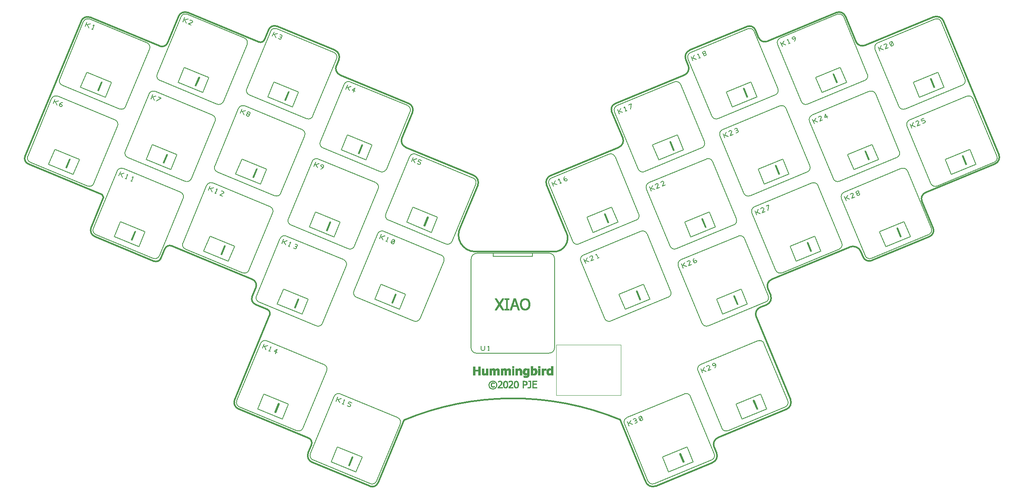
<source format=gto>
G04 EasyPC Gerber Version 19.0.3 Build 3928 *
G04 #@! TF.Part,Single*
G04 #@! TF.FileFunction,Legend,Top *
%FSLAX35Y35*%
%MOIN*%
%ADD25C,0.00100*%
%ADD10C,0.00500*%
%ADD11C,0.00787*%
%ADD26C,0.01181*%
X0Y0D02*
D02*
D10*
X23196Y271676D02*
X43565Y263239D01*
X48687Y275606*
X28318Y284043*
X23196Y271676*
X27114Y321778D02*
X28549Y325243D01*
X27831Y323511D02*
X28698Y323152D01*
X31436Y324047*
X28698Y323152D02*
X30001Y320582D01*
X32092Y320731D02*
X32620Y321189D01*
X33317Y321239*
X33894Y320999*
X34352Y320471*
X34402Y319774*
X33874Y319317*
X33177Y319267*
X32599Y319506*
X32142Y320034*
X32092Y320731*
X32451Y321597*
X33098Y322344*
X33915Y322682*
X34612Y322731*
X41085Y275772D02*
X38072Y268497D01*
X37344Y268798*
X40358Y276073*
X41085Y275772*
G36*
X38072Y268497*
X37344Y268798*
X40358Y276073*
X41085Y275772*
G37*
X49562Y335333D02*
X69931Y326896D01*
X75053Y339263*
X54684Y347700*
X49562Y335333*
X53479Y385433D02*
X54914Y388898D01*
X54197Y387165D02*
X55063Y386807D01*
X57802Y387702*
X55063Y386807D02*
X56367Y384237D01*
X58676Y383280D02*
X59831Y382802D01*
X59254Y383041D02*
X60689Y386506D01*
X59872Y386168*
X67452Y339429D02*
X64438Y332154D01*
X63711Y332455*
X66724Y339730*
X67452Y339429*
G36*
X64438Y332154*
X63711Y332455*
X66724Y339730*
X67452Y339429*
G37*
X77305Y211980D02*
X97674Y203543D01*
X102796Y215909*
X82427Y224347*
X77305Y211980*
X81222Y262079D02*
X82657Y265543D01*
X81939Y263811D02*
X82806Y263452D01*
X85544Y264347*
X82806Y263452D02*
X84109Y260883D01*
X86419Y259926D02*
X87574Y259448D01*
X86996Y259687D02*
X88431Y263152D01*
X87615Y262813*
X91038Y258013D02*
X92193Y257534D01*
X91615Y257774D02*
X93050Y261238D01*
X92234Y260900*
X95194Y216076D02*
X92181Y208801D01*
X91454Y209102*
X94467Y216377*
X95194Y216076*
G36*
X92181Y208801*
X91454Y209102*
X94467Y216377*
X95194Y216076*
G37*
X103669Y275631D02*
X124038Y267194D01*
X129161Y279561*
X108792Y287998*
X103669Y275631*
X107588Y325735D02*
X109023Y329200D01*
X108306Y327468D02*
X109172Y327109D01*
X111910Y328004*
X109172Y327109D02*
X110475Y324539D01*
X112207Y323822D02*
X115952Y326330D01*
X113642Y327287*
X121559Y279727D02*
X118546Y272452D01*
X117818Y272753*
X120831Y280028*
X121559Y279727*
G36*
X118546Y272452*
X117818Y272753*
X120831Y280028*
X121559Y279727*
G37*
X130037Y339286D02*
X150406Y330849D01*
X155529Y343215*
X135160Y351653*
X130037Y339286*
X133957Y389386D02*
X135392Y392851D01*
X134675Y391119D02*
X135541Y390760D01*
X138280Y391655*
X135541Y390760D02*
X136844Y388190D01*
X140886Y386516D02*
X138576Y387473D01*
X141435Y388657*
X141963Y389115*
X141913Y389812*
X141455Y390339*
X140589Y390698*
X139892Y390649*
X147927Y343381D02*
X144914Y336107D01*
X144186Y336408*
X147200Y343683*
X147927Y343381*
G36*
X144914Y336107*
X144186Y336408*
X147200Y343683*
X147927Y343381*
G37*
X151185Y200022D02*
X171554Y191585D01*
X176677Y203951*
X156308Y212389*
X151185Y200022*
X155103Y250119D02*
X156538Y253583D01*
X155821Y251851D02*
X156687Y251493D01*
X159426Y252387*
X156687Y251493D02*
X157991Y248923D01*
X160300Y247966D02*
X161455Y247488D01*
X160878Y247727D02*
X162313Y251192D01*
X161496Y250854*
X166652Y245335D02*
X164342Y246292D01*
X167200Y247476*
X167728Y247934*
X167678Y248631*
X167221Y249159*
X166355Y249517*
X165657Y249468*
X169075Y204117D02*
X166062Y196843D01*
X165334Y197144*
X168348Y204419*
X169075Y204117*
G36*
X166062Y196843*
X165334Y197144*
X168348Y204419*
X169075Y204117*
G37*
X177551Y263670D02*
X197920Y255233D01*
X203042Y267599*
X182673Y276037*
X177551Y263670*
X181470Y313774D02*
X182905Y317238D01*
X182188Y315506D02*
X183054Y315147D01*
X185793Y316042*
X183054Y315147D02*
X184357Y312578D01*
X187673Y313234D02*
X188251Y312994D01*
X188948Y313044*
X189476Y313502*
X189426Y314199*
X188968Y314727*
X188391Y314966*
X187694Y314917*
X187166Y314459*
X187216Y313762*
X187673Y313234*
X186976Y313184*
X186448Y312726*
X186498Y312029*
X186956Y311502*
X187533Y311262*
X188230Y311312*
X188758Y311770*
X188708Y312467*
X188251Y312994*
X195441Y267765D02*
X192427Y260491D01*
X191700Y260792*
X194713Y268067*
X195441Y267765*
G36*
X192427Y260491*
X191700Y260792*
X194713Y268067*
X195441Y267765*
G37*
X195749Y69696D02*
X216118Y61259D01*
X221240Y73626*
X200871Y82063*
X195749Y69696*
X199669Y119801D02*
X201104Y123266D01*
X200387Y121533D02*
X201253Y121175D01*
X203992Y122070*
X201253Y121175D02*
X202557Y118605D01*
X204867Y117648D02*
X206021Y117170D01*
X205444Y117409D02*
X206879Y120874D01*
X206062Y120536*
X210352Y115376D02*
X211787Y118841D01*
X209387Y117129*
X211696Y116172*
X203919Y327326D02*
X224287Y318889D01*
X229410Y331256*
X209041Y339693*
X203919Y327326*
X207834Y377427D02*
X209269Y380892D01*
X208552Y379159D02*
X209418Y378801D01*
X212157Y379696*
X209418Y378801D02*
X210722Y376231D01*
X212862Y375683D02*
X213320Y375155D01*
X213897Y374916*
X214594Y374965*
X215122Y375423*
X215072Y376120*
X214615Y376648*
X214037Y376887*
X214615Y376648D02*
X215312Y376698D01*
X215840Y377156*
X215790Y377853*
X215332Y378380*
X214755Y378619*
X214058Y378570*
X211888Y156235D02*
X232257Y147798D01*
X237380Y160165*
X217011Y168602*
X211888Y156235*
X213639Y73792D02*
X210625Y66517D01*
X209898Y66819*
X212911Y74093*
X213639Y73792*
G36*
X210625Y66517*
X209898Y66819*
X212911Y74093*
X213639Y73792*
G37*
X215803Y206331D02*
X217238Y209796D01*
X216520Y208063D02*
X217387Y207705D01*
X220125Y208600*
X217387Y207705D02*
X218690Y205135D01*
X221000Y204178D02*
X222155Y203700D01*
X221577Y203939D02*
X223012Y207404D01*
X222196Y207066*
X225450Y202673D02*
X225907Y202145D01*
X226485Y201906*
X227182Y201956*
X227710Y202414*
X227661Y203111*
X227203Y203639*
X226625Y203878*
X227203Y203639D02*
X227900Y203688D01*
X228428Y204146*
X228378Y204843*
X227920Y205371*
X227343Y205610*
X226646Y205561*
X221808Y331422D02*
X218795Y324147D01*
X218067Y324448*
X221081Y331723*
X221808Y331422*
G36*
X218795Y324147*
X218067Y324448*
X221081Y331723*
X221808Y331422*
G37*
X229778Y160331D02*
X226765Y153056D01*
X226037Y153357*
X229050Y160632*
X229778Y160331*
G36*
X226765Y153056*
X226037Y153357*
X229050Y160632*
X229778Y160331*
G37*
X238252Y219887D02*
X258621Y211450D01*
X263743Y223817*
X243374Y232254*
X238252Y219887*
X242171Y269984D02*
X243606Y273448D01*
X242889Y271716D02*
X243755Y271357D01*
X246494Y272252*
X243755Y271357D02*
X245059Y268788D01*
X247657Y267712D02*
X248354Y267761D01*
X249170Y268100*
X249818Y268846*
X250177Y269712*
X250127Y270409*
X249669Y270937*
X249092Y271176*
X248395Y271127*
X247867Y270669*
X247917Y269972*
X248374Y269444*
X248952Y269205*
X249649Y269254*
X250177Y269712*
X256142Y223983D02*
X253128Y216708D01*
X252401Y217009*
X255414Y224284*
X256142Y223983*
G36*
X253128Y216708*
X252401Y217009*
X255414Y224284*
X256142Y223983*
G37*
X256443Y25913D02*
X276812Y17476D01*
X281935Y29843*
X261566Y38280*
X256443Y25913*
X260365Y76014D02*
X261800Y79479D01*
X261083Y77746D02*
X261949Y77388D01*
X264688Y78283*
X261949Y77388D02*
X263253Y74818D01*
X265563Y73861D02*
X266717Y73383D01*
X266140Y73622D02*
X267575Y77087D01*
X266758Y76749*
X269724Y72476D02*
X270182Y71948D01*
X271048Y71589*
X271745Y71639*
X272273Y72097*
X272392Y72385*
X272343Y73083*
X271885Y73611*
X270441Y74209*
X271039Y75652*
X273349Y74695*
X264617Y283538D02*
X284986Y275101D01*
X290108Y287467*
X269739Y295905*
X264617Y283538*
X268534Y333639D02*
X269969Y337104D01*
X269252Y335372D02*
X270118Y335013D01*
X272857Y335908*
X270118Y335013D02*
X271422Y332443D01*
X274597Y331128D02*
X276032Y334593D01*
X273632Y332881*
X275942Y331924*
X274333Y30009D02*
X271320Y22734D01*
X270592Y23035*
X273606Y30310*
X274333Y30009*
G36*
X271320Y22734*
X270592Y23035*
X273606Y30310*
X274333Y30009*
G37*
X282507Y287633D02*
X279493Y280359D01*
X278766Y280660*
X281779Y287935*
X282507Y287633*
G36*
X279493Y280359*
X278766Y280660*
X281779Y287935*
X282507Y287633*
G37*
X292354Y160185D02*
X312723Y151748D01*
X317846Y164115*
X297477Y172552*
X292354Y160185*
X296277Y210289D02*
X297712Y213754D01*
X296994Y212021D02*
X297861Y211663D01*
X300599Y212557*
X297861Y211663D02*
X299164Y209093D01*
X301474Y208136D02*
X302629Y207658D01*
X302051Y207897D02*
X303486Y211362D01*
X302670Y211024*
X305924Y206631D02*
X306381Y206103D01*
X306959Y205864*
X307656Y205914*
X308184Y206372*
X308902Y208104*
X308852Y208801*
X308394Y209329*
X307817Y209568*
X307120Y209519*
X306592Y209061*
X305874Y207328*
X305924Y206631*
X308852Y208801*
X310244Y164281D02*
X307231Y157006D01*
X306503Y157307*
X309517Y164582*
X310244Y164281*
G36*
X307231Y157006*
X306503Y157307*
X309517Y164582*
X310244Y164281*
G37*
X318725Y223841D02*
X339094Y215404D01*
X344216Y227770*
X323847Y236207*
X318725Y223841*
X322640Y273941D02*
X324075Y277405D01*
X323358Y275673D02*
X324224Y275314D01*
X326963Y276209*
X324224Y275314D02*
X325528Y272744D01*
X327379Y272316D02*
X327837Y271788D01*
X328703Y271429*
X329400Y271479*
X329928Y271937*
X330048Y272225*
X329998Y272922*
X329541Y273450*
X328097Y274048*
X328694Y275492*
X331004Y274535*
X336615Y227936D02*
X333601Y220661D01*
X332874Y220963*
X335887Y228237*
X336615Y227936*
G36*
X333601Y220661*
X332874Y220963*
X335887Y228237*
X336615Y227936*
G37*
X376800Y198168D02*
X436206D01*
G75*
G02X440699Y193675J-4493*
G01*
Y120161*
G75*
G02X436206Y115668I-4493*
G01*
X376176*
G75*
G02X371807Y120036J4368*
G01*
Y193176*
G75*
G02X376800Y198168I4992*
G01*
X380000Y121602D02*
Y118789D01*
X380313Y118164*
X380938Y117852*
X382188*
X382813Y118164*
X383126Y118789*
Y121602*
X385626Y117852D02*
X386876D01*
X386250D02*
Y121602D01*
X385626Y120977*
X390001Y195668D02*
X422501D01*
Y198168*
X390001*
Y195668*
X439914Y253602D02*
X438479Y257067D01*
X439196Y255335D02*
X440062Y255693D01*
X441366Y258263*
X440062Y255693D02*
X442801Y254798D01*
X445111Y255755D02*
X446266Y256233D01*
X445688Y255994D02*
X444253Y259459D01*
X443915Y258642*
X448794Y258296D02*
X448843Y258993D01*
X449301Y259520*
X449879Y259759*
X450576Y259710*
X451103Y259252*
X451054Y258555*
X450596Y258027*
X450019Y257788*
X449322Y257837*
X448794Y258296*
X448435Y259161*
X448365Y260147*
X448703Y260964*
X449161Y261492*
X466280Y189950D02*
X464845Y193415D01*
X465563Y191682D02*
X466429Y192041D01*
X467733Y194610*
X466429Y192041D02*
X469168Y191146D01*
X473209Y192820D02*
X470900Y191863D01*
X472083Y194722*
X472133Y195419*
X471605Y195876*
X470908Y195926*
X470042Y195567*
X469584Y195039*
X476096Y194016D02*
X477252Y194494D01*
X476674Y194255D02*
X475239Y197720D01*
X474901Y196903*
X472569Y215403D02*
X492938Y223840D01*
X487815Y236207*
X467446Y227770*
X472569Y215403*
X482323Y230949D02*
X485336Y223674D01*
X484609Y223373*
X481595Y230648*
X482323Y230949*
G36*
X485336Y223674*
X484609Y223373*
X481595Y230648*
X482323Y230949*
G37*
X494023Y313300D02*
X492588Y316765D01*
X493306Y315032D02*
X494172Y315391D01*
X495476Y317960*
X494172Y315391D02*
X496911Y314496D01*
X499220Y315453D02*
X500375Y315931D01*
X499797Y315692D02*
X498362Y319156D01*
X498024Y318340*
X503262Y317127D02*
X504137Y321548D01*
X501827Y320591*
X498936Y151751D02*
X519305Y160188D01*
X514183Y172555*
X493814Y164118*
X498936Y151751*
X502189Y55677D02*
X500754Y59141D01*
X501472Y57409D02*
X502338Y57768D01*
X503642Y60337*
X502338Y57768D02*
X505077Y56872D01*
X506978Y57998D02*
X507675Y57949D01*
X508252Y58188*
X508710Y58716*
X508759Y59413*
X508231Y59871*
X507535Y59920*
X506957Y59681*
X507535Y59920D02*
X507993Y60448D01*
X508042Y61145*
X507514Y61603*
X506817Y61653*
X506240Y61413*
X505782Y60886*
X511597Y59912D02*
X512294Y59862D01*
X512872Y60102*
X513330Y60630*
X513379Y61327*
X512661Y63059*
X512133Y63517*
X511437Y63566*
X510859Y63327*
X510401Y62799*
X510352Y62102*
X511069Y60370*
X511597Y59912*
X512133Y63517*
X508690Y167297D02*
X511704Y160022D01*
X510976Y159721*
X507963Y166996*
X508690Y167297*
G36*
X511704Y160022*
X510976Y159721*
X507963Y166996*
X508690Y167297*
G37*
X520389Y249646D02*
X518954Y253111D01*
X519671Y251378D02*
X520537Y251737D01*
X521841Y254306*
X520537Y251737D02*
X523276Y250842D01*
X527318Y252516D02*
X525008Y251559D01*
X526192Y254418*
X526241Y255115*
X525713Y255572*
X525017Y255622*
X524150Y255263*
X523693Y254735*
X531937Y254430D02*
X529627Y253473D01*
X530811Y256331*
X530861Y257028*
X530333Y257486*
X529636Y257535*
X528770Y257177*
X528312Y256649*
X526677Y275101D02*
X547046Y283538D01*
X541923Y295905*
X521554Y287467*
X526677Y275101*
X534843Y17477D02*
X555212Y25914D01*
X550090Y38281*
X529721Y29843*
X534843Y17477*
X536431Y290646D02*
X539444Y283372D01*
X538717Y283070*
X535703Y290345*
X536431Y290646*
G36*
X539444Y283372*
X538717Y283070*
X535703Y290345*
X536431Y290646*
G37*
X544597Y33022D02*
X547611Y25748D01*
X546883Y25446*
X543870Y32721*
X544597Y33022*
G36*
X547611Y25748*
X546883Y25446*
X543870Y32721*
X544597Y33022*
G37*
X546750Y185996D02*
X545315Y189461D01*
X546032Y187728D02*
X546898Y188087D01*
X548202Y190656*
X546898Y188087D02*
X549637Y187192D01*
X553679Y188866D02*
X551369Y187909D01*
X552553Y190768*
X552603Y191465*
X552075Y191922*
X551378Y191972*
X550512Y191613*
X550054Y191085*
X555630Y190689D02*
X555680Y191386D01*
X556137Y191914*
X556715Y192153*
X557412Y192104*
X557939Y191646*
X557890Y190949*
X557432Y190421*
X556855Y190181*
X556158Y190231*
X555630Y190689*
X555271Y191555*
X555201Y192541*
X555539Y193357*
X555997Y193885*
X553043Y211455D02*
X573411Y219892D01*
X568289Y232259*
X547920Y223821*
X553043Y211455*
X554719Y357083D02*
X553283Y360547D01*
X554001Y358815D02*
X554867Y359174D01*
X556171Y361743*
X554867Y359174D02*
X557606Y358278D01*
X559915Y359235D02*
X561070Y359714D01*
X560493Y359474D02*
X559057Y362939D01*
X558719Y362122*
X564106Y363001D02*
X564683Y363240D01*
X565141Y363768*
X565191Y364465*
X564663Y364922*
X563966Y364972*
X563388Y364733*
X562930Y364205*
X562881Y363508*
X563409Y363050*
X564106Y363001*
X563648Y362473*
X563598Y361776*
X564126Y361318*
X564823Y361268*
X565401Y361507*
X565859Y362035*
X565908Y362733*
X565380Y363190*
X564683Y363240*
X562796Y227000D02*
X565810Y219726D01*
X565082Y219424*
X562069Y226699*
X562796Y227000*
G36*
X565810Y219726*
X565082Y219424*
X562069Y226699*
X562796Y227000*
G37*
X562889Y99461D02*
X561454Y102926D01*
X562171Y101194D02*
X563037Y101552D01*
X564341Y104122*
X563037Y101552D02*
X565776Y100657D01*
X569818Y102331D02*
X567508Y101375D01*
X568692Y104233*
X568741Y104930*
X568213Y105388*
X567517Y105437*
X566650Y105078*
X566193Y104551*
X572993Y103647D02*
X573451Y104175D01*
X573789Y104992*
X573719Y105977*
X573361Y106843*
X572833Y107301*
X572136Y107351*
X571558Y107111*
X571100Y106584*
X571051Y105887*
X571579Y105429*
X572276Y105380*
X572854Y105619*
X573311Y106146*
X573361Y106843*
X579405Y147799D02*
X599774Y156236D01*
X594651Y168603*
X574282Y160165*
X579405Y147799*
X581090Y293432D02*
X579655Y296896D01*
X580372Y295164D02*
X581238Y295523D01*
X582542Y298092*
X581238Y295523D02*
X583977Y294628D01*
X588019Y296302D02*
X585709Y295345D01*
X586893Y298204*
X586943Y298900*
X586415Y299358*
X585718Y299408*
X584852Y299049*
X584394Y298521*
X590498Y297667D02*
X591194Y297617D01*
X591772Y297857*
X592230Y298385*
X592279Y299082*
X591752Y299539*
X591055Y299589*
X590477Y299350*
X591055Y299589D02*
X591512Y300117D01*
X591562Y300814*
X591034Y301272*
X590337Y301321*
X589759Y301082*
X589302Y300554*
X587376Y318887D02*
X607744Y327324D01*
X602622Y339691*
X582253Y331254*
X587376Y318887*
X589159Y163344D02*
X592172Y156070D01*
X591444Y155769*
X588431Y163043*
X589159Y163344*
G36*
X592172Y156070*
X591444Y155769*
X588431Y163043*
X589159Y163344*
G37*
X595543Y61262D02*
X615912Y69699D01*
X610789Y82066*
X590420Y73628*
X595543Y61262*
X597130Y334433D02*
X600143Y327159D01*
X599415Y326857*
X596402Y334132*
X597130Y334433*
G36*
X600143Y327159*
X599415Y326857*
X596402Y334132*
X597130Y334433*
G37*
X605297Y76807D02*
X608310Y69533D01*
X607583Y69231*
X604569Y76506*
X605297Y76807*
G36*
X608310Y69533*
X607583Y69231*
X604569Y76506*
X605297Y76807*
G37*
X607450Y229784D02*
X606015Y233248D01*
X606733Y231516D02*
X607599Y231875D01*
X608903Y234444*
X607599Y231875D02*
X610338Y230980D01*
X614380Y232654D02*
X612070Y231697D01*
X613254Y234556*
X613303Y235252*
X612775Y235710*
X612078Y235760*
X611212Y235401*
X610754Y234873*
X616689Y233611D02*
X617564Y238032D01*
X615254Y237075*
X613739Y255233D02*
X634107Y263670D01*
X628985Y276037*
X608616Y267600*
X613739Y255233*
X623493Y270779D02*
X626506Y263505D01*
X625778Y263203*
X622765Y270478*
X623493Y270779*
G36*
X626506Y263505*
X625778Y263203*
X622765Y270478*
X623493Y270779*
G37*
X628601Y369048D02*
X627166Y372513D01*
X627883Y370780D02*
X628750Y371139D01*
X630054Y373708*
X628750Y371139D02*
X631489Y370244D01*
X633798Y371201D02*
X634953Y371679D01*
X634375Y371440D02*
X632940Y374904D01*
X632602Y374088*
X638706Y373233D02*
X639164Y373761D01*
X639502Y374578*
X639432Y375564*
X639073Y376430*
X638545Y376888*
X637848Y376937*
X637271Y376698*
X636813Y376170*
X636763Y375473*
X637291Y375016*
X637988Y374966*
X638566Y375205*
X639024Y375733*
X639073Y376430*
X640108Y191580D02*
X660477Y200017D01*
X655354Y212384*
X634985Y203947*
X640108Y191580*
X649862Y207126D02*
X652875Y199852D01*
X652148Y199550*
X649134Y206825*
X649862Y207126*
G36*
X652875Y199852*
X652148Y199550*
X649134Y206825*
X649862Y207126*
G37*
X654967Y305394D02*
X653532Y308859D01*
X654249Y307127D02*
X655115Y307485D01*
X656419Y310055*
X655115Y307485D02*
X657854Y306590D01*
X661896Y308265D02*
X659586Y307308D01*
X660770Y310166*
X660820Y310863*
X660292Y311321*
X659595Y311370*
X658729Y311011*
X658271Y310484*
X665649Y309819D02*
X664214Y313284D01*
X663727Y310376*
X666037Y311333*
X661259Y330844D02*
X681628Y339281D01*
X676505Y351648*
X656136Y343211*
X661259Y330844*
X671013Y346390D02*
X674026Y339115D01*
X673298Y338814*
X670285Y346089*
X671013Y346390*
G36*
X674026Y339115*
X673298Y338814*
X670285Y346089*
X671013Y346390*
G37*
X681337Y241739D02*
X679902Y245203D01*
X680619Y243471D02*
X681485Y243830D01*
X682789Y246399*
X681485Y243830D02*
X684224Y242934D01*
X688266Y244609D02*
X685956Y243652D01*
X687140Y246510*
X687189Y247207*
X686661Y247665*
X685965Y247715*
X685098Y247356*
X684641Y246828*
X690724Y247657D02*
X691302Y247896D01*
X691759Y248424*
X691809Y249120*
X691281Y249578*
X690584Y249628*
X690006Y249389*
X689548Y248861*
X689499Y248164*
X690027Y247706*
X690724Y247657*
X690266Y247129*
X690217Y246432*
X690744Y245974*
X691441Y245924*
X692019Y246163*
X692477Y246691*
X692526Y247389*
X691998Y247846*
X691302Y247896*
X687626Y267191D02*
X707994Y275628D01*
X702872Y287994*
X682503Y279557*
X687626Y267191*
X697380Y282736D02*
X700393Y275462D01*
X699665Y275160*
X696652Y282435*
X697380Y282736*
G36*
X700393Y275462*
X699665Y275160*
X696652Y282435*
X697380Y282736*
G37*
X709076Y365090D02*
X707641Y368555D01*
X708358Y366822D02*
X709224Y367181D01*
X710528Y369750*
X709224Y367181D02*
X711963Y366286D01*
X716005Y367960D02*
X713695Y367004D01*
X714879Y369862*
X714928Y370559*
X714400Y371017*
X713704Y371066*
X712837Y370707*
X712380Y370180*
X718483Y369325D02*
X719180Y369276D01*
X719758Y369515*
X720216Y370043*
X720265Y370740*
X719548Y372472*
X719020Y372930*
X718323Y372980*
X717745Y372740*
X717287Y372213*
X717238Y371515*
X717956Y369783*
X718483Y369325*
X719020Y372930*
X713988Y203542D02*
X734357Y211979D01*
X729235Y224346*
X708866Y215909*
X713988Y203542*
X723742Y219088D02*
X726756Y211813D01*
X726028Y211512*
X723015Y218787*
X723742Y219088*
G36*
X726756Y211813*
X726028Y211512*
X723015Y218787*
X723742Y219088*
G37*
X735441Y301439D02*
X734006Y304904D01*
X734723Y303172D02*
X735589Y303530D01*
X736893Y306100*
X735589Y303530D02*
X738328Y302635D01*
X742370Y304309D02*
X740060Y303353D01*
X741244Y306211*
X741293Y306908*
X740765Y307366*
X740069Y307415*
X739202Y307056*
X738744Y306529*
X744560Y305555D02*
X745257Y305506D01*
X746123Y305864*
X746581Y306392*
X746630Y307089*
X746511Y307378*
X745983Y307836*
X745286Y307885*
X743842Y307287*
X743244Y308731*
X745554Y309687*
X741728Y326891D02*
X762097Y335328D01*
X756975Y347695*
X736606Y339258*
X741728Y326891*
X751482Y342437D02*
X754496Y335163D01*
X753768Y334861*
X750755Y342136*
X751482Y342437*
G36*
X754496Y335163*
X753768Y334861*
X750755Y342136*
X751482Y342437*
G37*
X768096Y263243D02*
X788465Y271680D01*
X783343Y284046*
X762974Y275609*
X768096Y263243*
X777850Y278788D02*
X780864Y271514D01*
X780136Y271212*
X777123Y278487*
X777850Y278788*
G36*
X780864Y271514*
X780136Y271212*
X777123Y278487*
X777850Y278788*
G37*
D02*
D11*
X8080Y273249D02*
X55365Y253663D01*
G75*
G03X60509Y255794I1507J3637*
G01*
X80095Y303079*
G75*
G03X77965Y308223I-3637J1507*
G01*
X30680Y327809*
G75*
G03X25535Y325678I-1507J-3637*
G01*
X5950Y278393*
G75*
G03X8080Y273249I3637J-1507*
G01*
X34446Y336906D02*
X81731Y317320D01*
G75*
G03X86876Y319451I1507J3637*
G01*
X106461Y366736*
G75*
G03X104331Y371880I-3637J1507*
G01*
X57046Y391466*
G75*
G03X51902Y389335I-1507J-3637*
G01*
X32316Y342050*
G75*
G03X34446Y336906I3637J-1507*
G01*
X62189Y213553D02*
X109474Y193967D01*
G75*
G03X114619Y196098I1507J3637*
G01*
X134204Y243383*
G75*
G03X132074Y248527I-3637J1507*
G01*
X84789Y268113*
G75*
G03X79644Y265982I-1507J-3637*
G01*
X60059Y218697*
G75*
G03X62189Y213553I3637J-1507*
G01*
X88554Y277204D02*
X135839Y257619D01*
G75*
G03X140983Y259749I1507J3637*
G01*
X160569Y307034*
G75*
G03X158438Y312178I-3637J1507*
G01*
X111153Y331764*
G75*
G03X106009Y329633I-1507J-3637*
G01*
X86423Y282348*
G75*
G03X88554Y277204I3637J-1507*
G01*
X114922Y340859D02*
X162207Y321273D01*
G75*
G03X167351Y323404I1507J3637*
G01*
X186937Y370689*
G75*
G03X184806Y375833I-3637J1507*
G01*
X137521Y395419*
G75*
G03X132377Y393288I-1507J-3637*
G01*
X112791Y346003*
G75*
G03X114922Y340859I3637J-1507*
G01*
X136070Y201595D02*
X183355Y182009D01*
G75*
G03X188499Y184140I1507J3637*
G01*
X208085Y231425*
G75*
G03X205954Y236569I-3637J1507*
G01*
X158669Y256155*
G75*
G03X153525Y254024I-1507J-3637*
G01*
X133939Y206739*
G75*
G03X136070Y201595I3637J-1507*
G01*
X162435Y265243D02*
X209720Y245657D01*
G75*
G03X214865Y247788I1507J3637*
G01*
X234450Y295073*
G75*
G03X232320Y300217I-3637J1507*
G01*
X185035Y319803*
G75*
G03X179891Y317672I-1507J-3637*
G01*
X160305Y270387*
G75*
G03X162435Y265243I3637J-1507*
G01*
X180633Y71270D02*
X227919Y51684D01*
G75*
G03X233063Y53815I1507J3637*
G01*
X252648Y101100*
G75*
G03X250518Y106244I-3637J1507*
G01*
X203233Y125830*
G75*
G03X198089Y123699I-1507J-3637*
G01*
X178503Y76414*
G75*
G03X180633Y71270I3637J-1507*
G01*
X188803Y328900D02*
X236088Y309314D01*
G75*
G03X241232Y311444I1507J3637*
G01*
X260818Y358730*
G75*
G03X258687Y363874I-3637J1507*
G01*
X211402Y383459*
G75*
G03X206258Y381329I-1507J-3637*
G01*
X186672Y334044*
G75*
G03X188803Y328900I3637J-1507*
G01*
X196773Y157809D02*
X244058Y138223D01*
G75*
G03X249202Y140354I1507J3637*
G01*
X268788Y187639*
G75*
G03X266657Y192783I-3637J1507*
G01*
X219372Y212369*
G75*
G03X214228Y210238I-1507J-3637*
G01*
X194642Y162953*
G75*
G03X196773Y157809I3637J-1507*
G01*
X223137Y221461D02*
X270422Y201875D01*
G75*
G03X275566Y204006I1507J3637*
G01*
X295152Y251291*
G75*
G03X293021Y256435I-3637J1507*
G01*
X245736Y276020*
G75*
G03X240592Y273890I-1507J-3637*
G01*
X221006Y226605*
G75*
G03X223137Y221461I3637J-1507*
G01*
X241328Y27487D02*
X288613Y7901D01*
G75*
G03X293757Y10031I1507J3637*
G01*
X313343Y57317*
G75*
G03X311212Y62461I-3637J1507*
G01*
X263927Y82046*
G75*
G03X258783Y79916I-1507J-3637*
G01*
X239197Y32631*
G75*
G03X241328Y27487I3637J-1507*
G01*
X249502Y285111D02*
X296787Y265525D01*
G75*
G03X301931Y267656I1507J3637*
G01*
X321517Y314941*
G75*
G03X319386Y320085I-3637J1507*
G01*
X272101Y339671*
G75*
G03X266957Y337540I-1507J-3637*
G01*
X247371Y290255*
G75*
G03X249502Y285111I3637J-1507*
G01*
X277239Y161758D02*
X324524Y142172D01*
G75*
G03X329668Y144303I1507J3637*
G01*
X349254Y191588*
G75*
G03X347123Y196732I-3637J1507*
G01*
X299838Y216318*
G75*
G03X294694Y214187I-1507J-3637*
G01*
X275108Y166902*
G75*
G03X277239Y161758I3637J-1507*
G01*
X303609Y225414D02*
X350894Y205828D01*
G75*
G03X356039Y207959I1507J3637*
G01*
X375624Y255244*
G75*
G03X373494Y260388I-3637J1507*
G01*
X326209Y279974*
G75*
G03X321065Y277843I-1507J-3637*
G01*
X301479Y230558*
G75*
G03X303609Y225414I3637J-1507*
G01*
X460768Y205828D02*
X508053Y225413D01*
G75*
G03X510184Y230557I-1507J3637*
G01*
X490598Y277843*
G75*
G03X485454Y279973I-3637J-1507*
G01*
X438169Y260387*
G75*
G03X436038Y255243I1507J-3637*
G01*
X455624Y207958*
G75*
G03X460768Y205828I3637J1507*
G01*
X487135Y142176D02*
X534420Y161761D01*
G75*
G03X536551Y166906I-1507J3637*
G01*
X516965Y214191*
G75*
G03X511821Y216321I-3637J-1507*
G01*
X464536Y196735*
G75*
G03X462406Y191591I1507J-3637*
G01*
X481991Y144306*
G75*
G03X487135Y142176I3637J1507*
G01*
X514876Y265525D02*
X562161Y285111D01*
G75*
G03X564292Y290255I-1507J3637*
G01*
X544706Y337540*
G75*
G03X539562Y339671I-3637J-1507*
G01*
X492277Y320085*
G75*
G03X490146Y314941I1507J-3637*
G01*
X509732Y267656*
G75*
G03X514876Y265525I3637J1507*
G01*
X523043Y7901D02*
X570328Y27487D01*
G75*
G03X572458Y32631I-1507J3637*
G01*
X552872Y79916*
G75*
G03X547728Y82047I-3637J-1507*
G01*
X500443Y62461*
G75*
G03X498313Y57317I1507J-3637*
G01*
X517898Y10032*
G75*
G03X523043Y7901I3637J1507*
G01*
X541242Y201879D02*
X588527Y221465D01*
G75*
G03X590657Y226609I-1507J3637*
G01*
X571072Y273894*
G75*
G03X565928Y276025I-3637J-1507*
G01*
X518643Y256439*
G75*
G03X516512Y251295I1507J-3637*
G01*
X536098Y204010*
G75*
G03X541242Y201879I3637J1507*
G01*
X567604Y138223D02*
X614889Y157809D01*
G75*
G03X617020Y162953I-1507J3637*
G01*
X597434Y210238*
G75*
G03X592290Y212369I-3637J-1507*
G01*
X545005Y192783*
G75*
G03X542874Y187639I1507J-3637*
G01*
X562460Y140354*
G75*
G03X567604Y138223I3637J1507*
G01*
X575575Y309312D02*
X622860Y328898D01*
G75*
G03X624991Y334042I-1507J3637*
G01*
X605405Y381327*
G75*
G03X600261Y383457I-3637J-1507*
G01*
X552976Y363872*
G75*
G03X550845Y358728I1507J-3637*
G01*
X570431Y311443*
G75*
G03X575575Y309312I3637J1507*
G01*
X583742Y51686D02*
X631027Y71272D01*
G75*
G03X633158Y76416I-1507J3637*
G01*
X613572Y123701*
G75*
G03X608428Y125832I-3637J-1507*
G01*
X561143Y106246*
G75*
G03X559012Y101102I1507J-3637*
G01*
X578598Y53817*
G75*
G03X583742Y51686I3637J1507*
G01*
X601938Y245658D02*
X649223Y265244D01*
G75*
G03X651354Y270388I-1507J3637*
G01*
X631768Y317673*
G75*
G03X626624Y319804I-3637J-1507*
G01*
X579339Y300218*
G75*
G03X577208Y295074I1507J-3637*
G01*
X596794Y247789*
G75*
G03X601938Y245658I3637J1507*
G01*
X628307Y182005D02*
X675592Y201591D01*
G75*
G03X677723Y206735I-1507J3637*
G01*
X658137Y254020*
G75*
G03X652993Y256150I-3637J-1507*
G01*
X605708Y236565*
G75*
G03X603577Y231420I1507J-3637*
G01*
X623163Y184135*
G75*
G03X628307Y182005I3637J1507*
G01*
X649458Y321269D02*
X696743Y340854D01*
G75*
G03X698874Y345998I-1507J3637*
G01*
X679288Y393283*
G75*
G03X674144Y395414I-3637J-1507*
G01*
X626859Y375828*
G75*
G03X624728Y370684I1507J-3637*
G01*
X644314Y323399*
G75*
G03X649458Y321269I3637J1507*
G01*
X675825Y257615D02*
X723110Y277201D01*
G75*
G03X725241Y282345I-1507J3637*
G01*
X705655Y329630*
G75*
G03X700511Y331761I-3637J-1507*
G01*
X653226Y312175*
G75*
G03X651095Y307031I1507J-3637*
G01*
X670681Y259746*
G75*
G03X675825Y257615I3637J1507*
G01*
X702187Y193967D02*
X749472Y213552D01*
G75*
G03X751603Y218696I-1507J3637*
G01*
X732017Y265981*
G75*
G03X726873Y268112I-3637J-1507*
G01*
X679588Y248526*
G75*
G03X677457Y243382I1507J-3637*
G01*
X697043Y196097*
G75*
G03X702187Y193967I3637J1507*
G01*
X729928Y317316D02*
X777213Y336902D01*
G75*
G03X779343Y342046I-1507J3637*
G01*
X759757Y389331*
G75*
G03X754613Y391461I-3637J-1507*
G01*
X707328Y371876*
G75*
G03X705198Y366731I1507J-3637*
G01*
X724783Y319446*
G75*
G03X729928Y317316I3637J1507*
G01*
X756296Y253667D02*
X803581Y273253D01*
G75*
G03X805711Y278397I-1507J3637*
G01*
X786126Y325682*
G75*
G03X780981Y327813I-3637J-1507*
G01*
X733696Y308227*
G75*
G03X731566Y303083I1507J-3637*
G01*
X751152Y255798*
G75*
G03X756296Y253667I3637J1507*
G01*
D02*
D25*
X379370Y97579D02*
X377598D01*
Y100768*
X375118*
Y97579*
X373346*
Y104665*
X375118*
Y102067*
X377598*
Y104665*
X379370*
Y97579*
X385748D02*
X384094D01*
Y98169*
X383268Y97697*
X382441Y97461*
X381732Y97579*
X381142Y97933*
X380787Y98642*
X380669Y99469*
Y103012*
X382323*
Y100295*
Y99705*
X382441Y99232*
X382677Y98996*
X383150Y98878*
X383622Y98996*
X384094Y99232*
Y103012*
X385748*
Y97579*
X393425D02*
Y100295D01*
Y100886*
X393307Y101358*
X393071Y101594*
X392717Y101713*
X392244Y101594*
X391890Y101358*
Y97579*
X390236*
Y100295*
Y100886*
X390118Y101358*
X389882Y101594*
X389528Y101713*
X389055Y101594*
X388701Y101358*
Y97579*
X387047*
Y103012*
X388701*
Y102421*
X389528Y102894*
X390236Y103130*
X391181Y102894*
X391654Y102185*
X392598Y102894*
X393071Y103012*
X393425Y103130*
X394134Y103012*
X394606Y102657*
X394961Y102067*
X395079Y101122*
Y97579*
X393425*
X402756D02*
Y100295D01*
Y100886*
X402638Y101358*
X402402Y101594*
X402047Y101713*
X401575Y101594*
X401220Y101358*
Y97579*
X399567*
Y100295*
Y100886*
X399449Y101358*
X399213Y101594*
X398858Y101713*
X398386Y101594*
X398031Y101358*
Y97579*
X396378*
Y103012*
X398031*
Y102421*
X398858Y102894*
X399567Y103130*
X400512Y102894*
X400984Y102185*
X401929Y102894*
X402402Y103012*
X402756Y103130*
X403465Y103012*
X403937Y102657*
X404291Y102067*
X404409Y101122*
Y97579*
X402756*
X407244D02*
X405591D01*
Y103012*
X407244*
Y97579*
Y103720D02*
X405591D01*
Y105020*
X407244*
Y103720*
X413622Y97579D02*
X411969D01*
Y100295*
Y100886*
X411850Y101358*
X411614Y101594*
X411142Y101713*
X410669Y101594*
X410197Y101358*
Y97579*
X408543*
Y103012*
X410197*
Y102421*
X411024Y102894*
X411850Y103130*
X412677Y103012*
X413150Y102539*
X413504Y101949*
X413622Y101122*
Y97579*
X418110Y99232D02*
Y101713D01*
X417756Y101831*
X417402*
X416929Y101713*
X416575Y101476*
X416339Y101004*
X416220Y100413*
Y99823*
X416457Y99350*
X416811Y99114*
X417283Y98996*
X417756Y99114*
X418110Y99232*
X419764Y98169D02*
Y97579D01*
X419528Y96988*
X419291Y96516*
X418937Y96161*
X418110Y95689*
X416929Y95571*
X415866Y95689*
X415039Y95807*
Y97106*
X415276*
X415512Y96988*
X415866*
X416339Y96870*
X416693*
X417402Y96988*
X417874Y97224*
X418110Y97579*
Y98169*
Y98287*
X417402Y97815*
X416693Y97697*
X415748Y97815*
X415039Y98406*
X414567Y99232*
X414449Y100413*
X414685Y101594*
X415157Y102421*
X415866Y102894*
X416693Y103130*
X417520Y103012*
X418110Y102776*
Y103012*
X419764*
Y98169*
X424488Y100295D02*
Y101004D01*
X424252Y101476*
X423898Y101713*
X423543Y101831*
X423071Y101713*
X422598Y101476*
Y98760*
X422953Y98642*
X423307*
X423780Y98760*
X424134Y98996*
X424370Y99587*
X424488Y100295*
X426260D02*
X426142Y99114D01*
X425551Y98287*
X424843Y97697*
X423898Y97461*
X423189Y97579*
X422598Y97815*
X422480Y97579*
X420945*
Y105020*
X422598*
Y102421*
X423307Y102894*
X424252Y103130*
X425079Y102894*
X425787Y102421*
X426142Y101476*
X426260Y100295*
X428740Y97579D02*
X427087D01*
Y103012*
X428740*
Y97579*
Y103720D02*
X427087D01*
Y105020*
X428740*
Y103720*
X433701Y101476D02*
X433583D01*
X433228Y101594*
X432874*
X432283Y101476*
X431693Y101358*
Y97579*
X430039*
Y103012*
X431693*
Y102185*
X432047Y102421*
X432402Y102776*
X432874Y102894*
X433346Y103012*
X433465*
X433701*
Y101476*
X439252Y97579D02*
X437598D01*
Y98169*
X437244Y97815*
X436890Y97579*
X436417Y97461*
X435945*
X435118Y97697*
X434528Y98169*
X434055Y99114*
X433937Y100295*
X434173Y101476*
X434646Y102421*
X435354Y102894*
X436299Y103130*
X437008Y103012*
X437598Y102776*
Y105020*
X439252*
Y97579*
X437598Y99114D02*
Y101713D01*
X437244Y101831*
X436890*
X436417Y101713*
X436063Y101358*
X435827Y100886*
X435709Y100295*
X435827Y99587*
X435945Y99114*
X436299Y98878*
X436772Y98760*
X437244Y98878*
X437598Y99114*
X416086Y95665D02*
X417866D01*
X415381Y95758D02*
X418231D01*
X415039Y95852D02*
X418395D01*
X415039Y95946D02*
X418559D01*
X415039Y96039D02*
X418723D01*
X415039Y96133D02*
X418887D01*
X415039Y96227D02*
X419002D01*
X415039Y96320D02*
X419096D01*
X415039Y96414D02*
X419190D01*
X415039Y96508D02*
X419283D01*
X415039Y96602D02*
X419334D01*
X415039Y96695D02*
X419381D01*
X415039Y96789D02*
X419428D01*
X415039Y96883D02*
X416288D01*
X416769D02*
X419475D01*
X415039Y96976D02*
X415913D01*
X417331D02*
X419522D01*
X415039Y97070D02*
X415348D01*
X417565D02*
X419560D01*
X417753Y97164D02*
X419598D01*
X417896Y97257D02*
X419635D01*
X417959Y97351D02*
X419673D01*
X418021Y97445D02*
X419710D01*
X381973Y97539D02*
X382714D01*
X418083D02*
X419748D01*
X423430D02*
X424209D01*
X435672D02*
X436729D01*
X373346Y97632D02*
X375118D01*
X377598D02*
X379370D01*
X381643D02*
X383042D01*
X384094D02*
X385748D01*
X387047D02*
X388701D01*
X390236D02*
X391890D01*
X393425D02*
X395079D01*
X396378D02*
X398031D01*
X399567D02*
X401220D01*
X402756D02*
X404409D01*
X405591D02*
X407244D01*
X408543D02*
X410197D01*
X411969D02*
X413622D01*
X418110D02*
X419764D01*
X420945D02*
X422507D01*
X423055D02*
X424584D01*
X427087D02*
X428740D01*
X430039D02*
X431693D01*
X435344D02*
X436970D01*
X437598D02*
X439252D01*
X373346Y97726D02*
X375118D01*
X377598D02*
X379370D01*
X381487D02*
X383319D01*
X384094D02*
X385748D01*
X387047D02*
X388701D01*
X390236D02*
X391890D01*
X393425D02*
X395079D01*
X396378D02*
X398031D01*
X399567D02*
X401220D01*
X402756D02*
X404409D01*
X405591D02*
X407244D01*
X408543D02*
X410197D01*
X411969D02*
X413622D01*
X416460D02*
X416868D01*
X418110D02*
X419764D01*
X420945D02*
X422554D01*
X422821D02*
X424878D01*
X427087D02*
X428740D01*
X430039D02*
X431693D01*
X435081D02*
X437111D01*
X437598D02*
X439252D01*
X373346Y97820D02*
X375118D01*
X377598D02*
X379370D01*
X381331D02*
X383483D01*
X384094D02*
X385748D01*
X387047D02*
X388701D01*
X390236D02*
X391890D01*
X393425D02*
X395079D01*
X396378D02*
X398031D01*
X399567D02*
X401220D01*
X402756D02*
X404409D01*
X405591D02*
X407244D01*
X408543D02*
X410197D01*
X411969D02*
X413622D01*
X415743D02*
X417409D01*
X418110D02*
X419764D01*
X420945D02*
X424990D01*
X427087D02*
X428740D01*
X430039D02*
X431693D01*
X434965D02*
X437249D01*
X437598D02*
X439252D01*
X373346Y97913D02*
X375118D01*
X377598D02*
X379370D01*
X381174D02*
X383646D01*
X384094D02*
X385748D01*
X387047D02*
X388701D01*
X390236D02*
X391890D01*
X393425D02*
X395079D01*
X396378D02*
X398031D01*
X399567D02*
X401220D01*
X402756D02*
X404409D01*
X405591D02*
X407244D01*
X408543D02*
X410197D01*
X411969D02*
X413622D01*
X415630D02*
X417549D01*
X418110D02*
X419764D01*
X420945D02*
X425102D01*
X427087D02*
X428740D01*
X430039D02*
X431693D01*
X434847D02*
X437343D01*
X437598D02*
X439252D01*
X373346Y98007D02*
X375118D01*
X377598D02*
X379370D01*
X381105D02*
X383811D01*
X384094D02*
X385748D01*
X387047D02*
X388701D01*
X390236D02*
X391890D01*
X393425D02*
X395079D01*
X396378D02*
X398031D01*
X399567D02*
X401220D01*
X402756D02*
X404409D01*
X405591D02*
X407244D01*
X408543D02*
X410197D01*
X411969D02*
X413622D01*
X415517D02*
X417690D01*
X418110D02*
X419764D01*
X420945D02*
X425215D01*
X427087D02*
X428740D01*
X430039D02*
X431693D01*
X434730D02*
X437436D01*
X437598D02*
X439252D01*
X373346Y98101D02*
X375118D01*
X377598D02*
X379370D01*
X381058D02*
X383974D01*
X384094D02*
X385748D01*
X387047D02*
X388701D01*
X390236D02*
X391890D01*
X393425D02*
X395079D01*
X396378D02*
X398031D01*
X399567D02*
X401220D01*
X402756D02*
X404409D01*
X405591D02*
X407244D01*
X408543D02*
X410197D01*
X411969D02*
X413622D01*
X415405D02*
X417830D01*
X418110D02*
X419764D01*
X420945D02*
X425327D01*
X427087D02*
X428740D01*
X430039D02*
X431693D01*
X434613D02*
X437530D01*
X437598D02*
X439252D01*
X373346Y98194D02*
X375118D01*
X377598D02*
X379370D01*
X381011D02*
X385748D01*
X387047D02*
X388701D01*
X390236D02*
X391890D01*
X393425D02*
X395079D01*
X396378D02*
X398031D01*
X399567D02*
X401220D01*
X402756D02*
X404409D01*
X405591D02*
X407244D01*
X408543D02*
X410197D01*
X411969D02*
X413622D01*
X415293D02*
X417971D01*
X418110D02*
X419764D01*
X420945D02*
X425440D01*
X427087D02*
X428740D01*
X430039D02*
X431693D01*
X434515D02*
X439252D01*
X373346Y98288D02*
X375118D01*
X377598D02*
X379370D01*
X380964D02*
X385748D01*
X387047D02*
X388701D01*
X390236D02*
X391890D01*
X393425D02*
X395079D01*
X396378D02*
X398031D01*
X399567D02*
X401220D01*
X402756D02*
X404409D01*
X405591D02*
X407244D01*
X408543D02*
X410197D01*
X411969D02*
X413622D01*
X415180D02*
X419764D01*
X420945D02*
X425551D01*
X427087D02*
X428740D01*
X430039D02*
X431693D01*
X434468D02*
X439252D01*
X373346Y98382D02*
X375118D01*
X377598D02*
X379370D01*
X380917D02*
X385748D01*
X387047D02*
X388701D01*
X390236D02*
X391890D01*
X393425D02*
X395079D01*
X396378D02*
X398031D01*
X399567D02*
X401220D01*
X402756D02*
X404409D01*
X405591D02*
X407244D01*
X408543D02*
X410197D01*
X411969D02*
X413622D01*
X415068D02*
X419764D01*
X420945D02*
X425619D01*
X427087D02*
X428740D01*
X430039D02*
X431693D01*
X434421D02*
X439252D01*
X373346Y98476D02*
X375118D01*
X377598D02*
X379370D01*
X380870D02*
X385748D01*
X387047D02*
X388701D01*
X390236D02*
X391890D01*
X393425D02*
X395079D01*
X396378D02*
X398031D01*
X399567D02*
X401220D01*
X402756D02*
X404409D01*
X405591D02*
X407244D01*
X408543D02*
X410197D01*
X411969D02*
X413622D01*
X414999D02*
X419764D01*
X420945D02*
X425685D01*
X427087D02*
X428740D01*
X430039D02*
X431693D01*
X434374D02*
X439252D01*
X373346Y98569D02*
X375118D01*
X377598D02*
X379370D01*
X380824D02*
X385748D01*
X387047D02*
X388701D01*
X390236D02*
X391890D01*
X393425D02*
X395079D01*
X396378D02*
X398031D01*
X399567D02*
X401220D01*
X402756D02*
X404409D01*
X405591D02*
X407244D01*
X408543D02*
X410197D01*
X411969D02*
X413622D01*
X414946D02*
X419764D01*
X420945D02*
X425752D01*
X427087D02*
X428740D01*
X430039D02*
X431693D01*
X434328D02*
X439252D01*
X373346Y98663D02*
X375118D01*
X377598D02*
X379370D01*
X380784D02*
X385748D01*
X387047D02*
X388701D01*
X390236D02*
X391890D01*
X393425D02*
X395079D01*
X396378D02*
X398031D01*
X399567D02*
X401220D01*
X402756D02*
X404409D01*
X405591D02*
X407244D01*
X408543D02*
X410197D01*
X411969D02*
X413622D01*
X414892D02*
X419764D01*
X420945D02*
X422889D01*
X423392D02*
X425819D01*
X427087D02*
X428740D01*
X430039D02*
X431693D01*
X434281D02*
X439252D01*
X373346Y98757D02*
X375118D01*
X377598D02*
X379370D01*
X380771D02*
X385748D01*
X387047D02*
X388701D01*
X390236D02*
X391890D01*
X393425D02*
X395079D01*
X396378D02*
X398031D01*
X399567D02*
X401220D01*
X402756D02*
X404409D01*
X405591D02*
X407244D01*
X408543D02*
X410197D01*
X411969D02*
X413622D01*
X414839D02*
X419764D01*
X420945D02*
X422608D01*
X423767D02*
X425886D01*
X427087D02*
X428740D01*
X430039D02*
X431693D01*
X434234D02*
X439252D01*
X373346Y98850D02*
X375118D01*
X377598D02*
X379370D01*
X380757D02*
X385748D01*
X387047D02*
X388701D01*
X390236D02*
X391890D01*
X393425D02*
X395079D01*
X396378D02*
X398031D01*
X399567D02*
X401220D01*
X402756D02*
X404409D01*
X405591D02*
X407244D01*
X408543D02*
X410197D01*
X411969D02*
X413622D01*
X414785D02*
X419764D01*
X420945D02*
X422598D01*
X423915D02*
X425953D01*
X427087D02*
X428740D01*
X430039D02*
X431693D01*
X434187D02*
X436409D01*
X437134D02*
X439252D01*
X373346Y98944D02*
X375118D01*
X377598D02*
X379370D01*
X380744D02*
X382885D01*
X383414D02*
X385748D01*
X387047D02*
X388701D01*
X390236D02*
X391890D01*
X393425D02*
X395079D01*
X396378D02*
X398031D01*
X399567D02*
X401220D01*
X402756D02*
X404409D01*
X405591D02*
X407244D01*
X408543D02*
X410197D01*
X411969D02*
X413622D01*
X414731D02*
X419764D01*
X420945D02*
X422598D01*
X424056D02*
X426020D01*
X427087D02*
X428740D01*
X430039D02*
X431693D01*
X434140D02*
X436200D01*
X437343D02*
X439252D01*
X373346Y99038D02*
X375118D01*
X377598D02*
X379370D01*
X380731D02*
X382635D01*
X383706D02*
X385748D01*
X387047D02*
X388701D01*
X390236D02*
X391890D01*
X393425D02*
X395079D01*
X396378D02*
X398031D01*
X399567D02*
X401220D01*
X402756D02*
X404409D01*
X405591D02*
X407244D01*
X408543D02*
X410197D01*
X411969D02*
X413622D01*
X414678D02*
X417117D01*
X417450D02*
X419764D01*
X420945D02*
X422598D01*
X424150D02*
X426087D01*
X427087D02*
X428740D01*
X430039D02*
X431693D01*
X434093D02*
X436059D01*
X437484D02*
X439252D01*
X373346Y99131D02*
X375118D01*
X377598D02*
X379370D01*
X380717D02*
X382542D01*
X383893D02*
X385748D01*
X387047D02*
X388701D01*
X390236D02*
X391890D01*
X393425D02*
X395079D01*
X396378D02*
X398031D01*
X399567D02*
X401220D01*
X402756D02*
X404409D01*
X405591D02*
X407244D01*
X408543D02*
X410197D01*
X411969D02*
X413622D01*
X414624D02*
X416785D01*
X417808D02*
X419764D01*
X420945D02*
X422598D01*
X424188D02*
X426143D01*
X427087D02*
X428740D01*
X430039D02*
X431693D01*
X434054D02*
X435941D01*
X437598D02*
X439252D01*
X373346Y99225D02*
X375118D01*
X377598D02*
X379370D01*
X380704D02*
X382448D01*
X384080D02*
X385748D01*
X387047D02*
X388701D01*
X390236D02*
X391890D01*
X393425D02*
X395079D01*
X396378D02*
X398031D01*
X399567D02*
X401220D01*
X402756D02*
X404409D01*
X405591D02*
X407244D01*
X408543D02*
X410197D01*
X411969D02*
X413622D01*
X414571D02*
X416644D01*
X418089D02*
X419764D01*
X420945D02*
X422598D01*
X424226D02*
X426153D01*
X427087D02*
X428740D01*
X430039D02*
X431693D01*
X434044D02*
X435917D01*
X437598D02*
X439252D01*
X373346Y99319D02*
X375118D01*
X377598D02*
X379370D01*
X380691D02*
X382419D01*
X384094D02*
X385748D01*
X387047D02*
X388701D01*
X390236D02*
X391890D01*
X393425D02*
X395079D01*
X396378D02*
X398031D01*
X399567D02*
X401220D01*
X402756D02*
X404409D01*
X405591D02*
X407244D01*
X408543D02*
X410197D01*
X411969D02*
X413622D01*
X414558D02*
X416504D01*
X418110D02*
X419764D01*
X420945D02*
X422598D01*
X424263D02*
X426162D01*
X427087D02*
X428740D01*
X430039D02*
X431693D01*
X434035D02*
X435894D01*
X437598D02*
X439252D01*
X373346Y99413D02*
X375118D01*
X377598D02*
X379370D01*
X380677D02*
X382396D01*
X384094D02*
X385748D01*
X387047D02*
X388701D01*
X390236D02*
X391890D01*
X393425D02*
X395079D01*
X396378D02*
X398031D01*
X399567D02*
X401220D01*
X402756D02*
X404409D01*
X405591D02*
X407244D01*
X408543D02*
X410197D01*
X411969D02*
X413622D01*
X414549D02*
X416426D01*
X418110D02*
X419764D01*
X420945D02*
X422598D01*
X424300D02*
X426172D01*
X427087D02*
X428740D01*
X430039D02*
X431693D01*
X434025D02*
X435870D01*
X437598D02*
X439252D01*
X373346Y99506D02*
X375118D01*
X377598D02*
X379370D01*
X380669D02*
X382372D01*
X384094D02*
X385748D01*
X387047D02*
X388701D01*
X390236D02*
X391890D01*
X393425D02*
X395079D01*
X396378D02*
X398031D01*
X399567D02*
X401220D01*
X402756D02*
X404409D01*
X405591D02*
X407244D01*
X408543D02*
X410197D01*
X411969D02*
X413622D01*
X414539D02*
X416379D01*
X418110D02*
X419764D01*
X420945D02*
X422598D01*
X424338D02*
X426181D01*
X427087D02*
X428740D01*
X430039D02*
X431693D01*
X434016D02*
X435847D01*
X437598D02*
X439252D01*
X373346Y99600D02*
X375118D01*
X377598D02*
X379370D01*
X380669D02*
X382349D01*
X384094D02*
X385748D01*
X387047D02*
X388701D01*
X390236D02*
X391890D01*
X393425D02*
X395079D01*
X396378D02*
X398031D01*
X399567D02*
X401220D01*
X402756D02*
X404409D01*
X405591D02*
X407244D01*
X408543D02*
X410197D01*
X411969D02*
X413622D01*
X414530D02*
X416332D01*
X418110D02*
X419764D01*
X420945D02*
X422598D01*
X424372D02*
X426190D01*
X427087D02*
X428740D01*
X430039D02*
X431693D01*
X434007D02*
X435824D01*
X437598D02*
X439252D01*
X373346Y99694D02*
X375118D01*
X377598D02*
X379370D01*
X380669D02*
X382326D01*
X384094D02*
X385748D01*
X387047D02*
X388701D01*
X390236D02*
X391890D01*
X393425D02*
X395079D01*
X396378D02*
X398031D01*
X399567D02*
X401220D01*
X402756D02*
X404409D01*
X405591D02*
X407244D01*
X408543D02*
X410197D01*
X411969D02*
X413622D01*
X414521D02*
X416285D01*
X418110D02*
X419764D01*
X420945D02*
X422598D01*
X424388D02*
X426200D01*
X427087D02*
X428740D01*
X430039D02*
X431693D01*
X433997D02*
X435809D01*
X437598D02*
X439252D01*
X373346Y99787D02*
X375118D01*
X377598D02*
X379370D01*
X380669D02*
X382323D01*
X384094D02*
X385748D01*
X387047D02*
X388701D01*
X390236D02*
X391890D01*
X393425D02*
X395079D01*
X396378D02*
X398031D01*
X399567D02*
X401220D01*
X402756D02*
X404409D01*
X405591D02*
X407244D01*
X408543D02*
X410197D01*
X411969D02*
X413622D01*
X414511D02*
X416238D01*
X418110D02*
X419764D01*
X420945D02*
X422598D01*
X424404D02*
X426209D01*
X427087D02*
X428740D01*
X430039D02*
X431693D01*
X433988D02*
X435793D01*
X437598D02*
X439252D01*
X373346Y99881D02*
X375118D01*
X377598D02*
X379370D01*
X380669D02*
X382323D01*
X384094D02*
X385748D01*
X387047D02*
X388701D01*
X390236D02*
X391890D01*
X393425D02*
X395079D01*
X396378D02*
X398031D01*
X399567D02*
X401220D01*
X402756D02*
X404409D01*
X405591D02*
X407244D01*
X408543D02*
X410197D01*
X411969D02*
X413622D01*
X414502D02*
X416220D01*
X418110D02*
X419764D01*
X420945D02*
X422598D01*
X424419D02*
X426219D01*
X427087D02*
X428740D01*
X430039D02*
X431693D01*
X433978D02*
X435778D01*
X437598D02*
X439252D01*
X373346Y99975D02*
X375118D01*
X377598D02*
X379370D01*
X380669D02*
X382323D01*
X384094D02*
X385748D01*
X387047D02*
X388701D01*
X390236D02*
X391890D01*
X393425D02*
X395079D01*
X396378D02*
X398031D01*
X399567D02*
X401220D01*
X402756D02*
X404409D01*
X405591D02*
X407244D01*
X408543D02*
X410197D01*
X411969D02*
X413622D01*
X414493D02*
X416220D01*
X418110D02*
X419764D01*
X420945D02*
X422598D01*
X424435D02*
X426228D01*
X427087D02*
X428740D01*
X430039D02*
X431693D01*
X433969D02*
X435762D01*
X437598D02*
X439252D01*
X373346Y100069D02*
X375118D01*
X377598D02*
X379370D01*
X380669D02*
X382323D01*
X384094D02*
X385748D01*
X387047D02*
X388701D01*
X390236D02*
X391890D01*
X393425D02*
X395079D01*
X396378D02*
X398031D01*
X399567D02*
X401220D01*
X402756D02*
X404409D01*
X405591D02*
X407244D01*
X408543D02*
X410197D01*
X411969D02*
X413622D01*
X414483D02*
X416220D01*
X418110D02*
X419764D01*
X420945D02*
X422598D01*
X424450D02*
X426237D01*
X427087D02*
X428740D01*
X430039D02*
X431693D01*
X433960D02*
X435746D01*
X437598D02*
X439252D01*
X373346Y100162D02*
X375118D01*
X377598D02*
X379370D01*
X380669D02*
X382323D01*
X384094D02*
X385748D01*
X387047D02*
X388701D01*
X390236D02*
X391890D01*
X393425D02*
X395079D01*
X396378D02*
X398031D01*
X399567D02*
X401220D01*
X402756D02*
X404409D01*
X405591D02*
X407244D01*
X408543D02*
X410197D01*
X411969D02*
X413622D01*
X414474D02*
X416220D01*
X418110D02*
X419764D01*
X420945D02*
X422598D01*
X424466D02*
X426246D01*
X427087D02*
X428740D01*
X430039D02*
X431693D01*
X433950D02*
X435731D01*
X437598D02*
X439252D01*
X373346Y100256D02*
X375118D01*
X377598D02*
X379370D01*
X380669D02*
X382323D01*
X384094D02*
X385748D01*
X387047D02*
X388701D01*
X390236D02*
X391890D01*
X393425D02*
X395079D01*
X396378D02*
X398031D01*
X399567D02*
X401220D01*
X402756D02*
X404409D01*
X405591D02*
X407244D01*
X408543D02*
X410197D01*
X411969D02*
X413622D01*
X414465D02*
X416220D01*
X418110D02*
X419764D01*
X420945D02*
X422598D01*
X424481D02*
X426256D01*
X427087D02*
X428740D01*
X430039D02*
X431693D01*
X433941D02*
X435715D01*
X437598D02*
X439252D01*
X373346Y100350D02*
X375118D01*
X377598D02*
X379370D01*
X380669D02*
X382323D01*
X384094D02*
X385748D01*
X387047D02*
X388701D01*
X390236D02*
X391890D01*
X393425D02*
X395079D01*
X396378D02*
X398031D01*
X399567D02*
X401220D01*
X402756D02*
X404409D01*
X405591D02*
X407244D01*
X408543D02*
X410197D01*
X411969D02*
X413622D01*
X414455D02*
X416220D01*
X418110D02*
X419764D01*
X420945D02*
X422598D01*
X424488D02*
X426254D01*
X427087D02*
X428740D01*
X430039D02*
X431693D01*
X433948D02*
X435720D01*
X437598D02*
X439252D01*
X373346Y100443D02*
X375118D01*
X377598D02*
X379370D01*
X380669D02*
X382323D01*
X384094D02*
X385748D01*
X387047D02*
X388701D01*
X390236D02*
X391890D01*
X393425D02*
X395079D01*
X396378D02*
X398031D01*
X399567D02*
X401220D01*
X402756D02*
X404409D01*
X405591D02*
X407244D01*
X408543D02*
X410197D01*
X411969D02*
X413622D01*
X414455D02*
X416226D01*
X418110D02*
X419764D01*
X420945D02*
X422598D01*
X424488D02*
X426245D01*
X427087D02*
X428740D01*
X430039D02*
X431693D01*
X433967D02*
X435738D01*
X437598D02*
X439252D01*
X373346Y100537D02*
X375118D01*
X377598D02*
X379370D01*
X380669D02*
X382323D01*
X384094D02*
X385748D01*
X387047D02*
X388701D01*
X390236D02*
X391890D01*
X393425D02*
X395079D01*
X396378D02*
X398031D01*
X399567D02*
X401220D01*
X402756D02*
X404409D01*
X405591D02*
X407244D01*
X408543D02*
X410197D01*
X411969D02*
X413622D01*
X414474D02*
X416245D01*
X418110D02*
X419764D01*
X420945D02*
X422598D01*
X424488D02*
X426236D01*
X427087D02*
X428740D01*
X430039D02*
X431693D01*
X433985D02*
X435757D01*
X437598D02*
X439252D01*
X373346Y100631D02*
X375118D01*
X377598D02*
X379370D01*
X380669D02*
X382323D01*
X384094D02*
X385748D01*
X387047D02*
X388701D01*
X390236D02*
X391890D01*
X393425D02*
X395079D01*
X396378D02*
X398031D01*
X399567D02*
X401220D01*
X402756D02*
X404409D01*
X405591D02*
X407244D01*
X408543D02*
X410197D01*
X411969D02*
X413622D01*
X414492D02*
X416264D01*
X418110D02*
X419764D01*
X420945D02*
X422598D01*
X424488D02*
X426226D01*
X427087D02*
X428740D01*
X430039D02*
X431693D01*
X434004D02*
X435776D01*
X437598D02*
X439252D01*
X373346Y100724D02*
X375118D01*
X377598D02*
X379370D01*
X380669D02*
X382323D01*
X384094D02*
X385748D01*
X387047D02*
X388701D01*
X390236D02*
X391890D01*
X393425D02*
X395079D01*
X396378D02*
X398031D01*
X399567D02*
X401220D01*
X402756D02*
X404409D01*
X405591D02*
X407244D01*
X408543D02*
X410197D01*
X411969D02*
X413622D01*
X414511D02*
X416283D01*
X418110D02*
X419764D01*
X420945D02*
X422598D01*
X424488D02*
X426217D01*
X427087D02*
X428740D01*
X430039D02*
X431693D01*
X434023D02*
X435794D01*
X437598D02*
X439252D01*
X373346Y100818D02*
X379370D01*
X380669D02*
X382323D01*
X384094D02*
X385748D01*
X387047D02*
X388701D01*
X390236D02*
X391890D01*
X393425D02*
X395079D01*
X396378D02*
X398031D01*
X399567D02*
X401220D01*
X402756D02*
X404409D01*
X405591D02*
X407244D01*
X408543D02*
X410197D01*
X411969D02*
X413622D01*
X414530D02*
X416302D01*
X418110D02*
X419764D01*
X420945D02*
X422598D01*
X424488D02*
X426207D01*
X427087D02*
X428740D01*
X430039D02*
X431693D01*
X434042D02*
X435813D01*
X437598D02*
X439252D01*
X373346Y100912D02*
X379370D01*
X380669D02*
X382323D01*
X384094D02*
X385748D01*
X387047D02*
X388701D01*
X390230D02*
X391890D01*
X393419D02*
X395079D01*
X396378D02*
X398031D01*
X399560D02*
X401220D01*
X402749D02*
X404409D01*
X405591D02*
X407244D01*
X408543D02*
X410197D01*
X411962D02*
X413622D01*
X414548D02*
X416320D01*
X418110D02*
X419764D01*
X420945D02*
X422598D01*
X424488D02*
X426198D01*
X427087D02*
X428740D01*
X430039D02*
X431693D01*
X434060D02*
X435840D01*
X437598D02*
X439252D01*
X373346Y101006D02*
X379370D01*
X380669D02*
X382323D01*
X384094D02*
X385748D01*
X387047D02*
X388701D01*
X390206D02*
X391890D01*
X393395D02*
X395079D01*
X396378D02*
X398031D01*
X399537D02*
X401220D01*
X402726D02*
X404409D01*
X405591D02*
X407244D01*
X408543D02*
X410197D01*
X411939D02*
X413622D01*
X414567D02*
X416339D01*
X418110D02*
X419764D01*
X420945D02*
X422598D01*
X424487D02*
X426189D01*
X427087D02*
X428740D01*
X430039D02*
X431693D01*
X434079D02*
X435887D01*
X437598D02*
X439252D01*
X373346Y101099D02*
X379370D01*
X380669D02*
X382323D01*
X384094D02*
X385748D01*
X387047D02*
X388701D01*
X390183D02*
X391890D01*
X393372D02*
X395079D01*
X396378D02*
X398031D01*
X399513D02*
X401220D01*
X402702D02*
X404409D01*
X405591D02*
X407244D01*
X408543D02*
X410197D01*
X411915D02*
X413622D01*
X414586D02*
X416386D01*
X418110D02*
X419764D01*
X420945D02*
X422598D01*
X424441D02*
X426180D01*
X427087D02*
X428740D01*
X430039D02*
X431693D01*
X434098D02*
X435933D01*
X437598D02*
X439252D01*
X373346Y101193D02*
X379370D01*
X380669D02*
X382323D01*
X384094D02*
X385748D01*
X387047D02*
X388701D01*
X390159D02*
X391890D01*
X393348D02*
X395070D01*
X396378D02*
X398031D01*
X399490D02*
X401220D01*
X402679D02*
X404401D01*
X405591D02*
X407244D01*
X408543D02*
X410197D01*
X411892D02*
X413612D01*
X414605D02*
X416433D01*
X418110D02*
X419764D01*
X420945D02*
X422598D01*
X424394D02*
X426170D01*
X427087D02*
X428740D01*
X430039D02*
X431693D01*
X434117D02*
X435980D01*
X437598D02*
X439252D01*
X373346Y101287D02*
X379370D01*
X380669D02*
X382323D01*
X384094D02*
X385748D01*
X387047D02*
X388701D01*
X390136D02*
X391890D01*
X393325D02*
X395058D01*
X396378D02*
X398031D01*
X399467D02*
X401220D01*
X402656D02*
X404389D01*
X405591D02*
X407244D01*
X408543D02*
X410197D01*
X411868D02*
X413598D01*
X414624D02*
X416480D01*
X418110D02*
X419764D01*
X420945D02*
X422598D01*
X424347D02*
X426161D01*
X427087D02*
X428740D01*
X430039D02*
X431693D01*
X434135D02*
X436027D01*
X437598D02*
X439252D01*
X373346Y101380D02*
X379370D01*
X380669D02*
X382323D01*
X384094D02*
X385748D01*
X387047D02*
X388734D01*
X390096D02*
X391923D01*
X393285D02*
X395046D01*
X396378D02*
X398065D01*
X399427D02*
X401254D01*
X402616D02*
X404377D01*
X405591D02*
X407244D01*
X408543D02*
X410241D01*
X411828D02*
X413585D01*
X414642D02*
X416527D01*
X418110D02*
X419764D01*
X420945D02*
X422598D01*
X424300D02*
X426151D01*
X427087D02*
X428740D01*
X430039D02*
X431803D01*
X434154D02*
X436085D01*
X437598D02*
X439252D01*
X373346Y101474D02*
X379370D01*
X380669D02*
X382323D01*
X384094D02*
X385748D01*
X387047D02*
X388874D01*
X390002D02*
X392063D01*
X393191D02*
X395035D01*
X396378D02*
X398205D01*
X399333D02*
X401394D01*
X402522D02*
X404365D01*
X405591D02*
X407244D01*
X408543D02*
X410428D01*
X411735D02*
X413572D01*
X414661D02*
X416574D01*
X418110D02*
X419764D01*
X420945D02*
X422598D01*
X424253D02*
X426142D01*
X427087D02*
X428740D01*
X430039D02*
X432272D01*
X434173D02*
X436179D01*
X437598D02*
X439252D01*
X373346Y101568D02*
X379370D01*
X380669D02*
X382323D01*
X384094D02*
X385748D01*
X387047D02*
X389015D01*
X389909D02*
X392204D01*
X393098D02*
X395023D01*
X396378D02*
X398346D01*
X399239D02*
X401535D01*
X402428D02*
X404354D01*
X405591D02*
X407244D01*
X408543D02*
X410616D01*
X411641D02*
X413558D01*
X414680D02*
X416712D01*
X418110D02*
X419764D01*
X420945D02*
X422781D01*
X424115D02*
X426107D01*
X427087D02*
X428740D01*
X430039D02*
X432740D01*
X433309D02*
X433701D01*
X434219D02*
X436272D01*
X437598D02*
X439252D01*
X373346Y101661D02*
X379370D01*
X380669D02*
X382323D01*
X384094D02*
X385748D01*
X387047D02*
X389323D01*
X389681D02*
X392512D01*
X392870D02*
X395011D01*
X396378D02*
X398654D01*
X399012D02*
X401843D01*
X402201D02*
X404342D01*
X405591D02*
X407244D01*
X408543D02*
X410937D01*
X411346D02*
X413545D01*
X414723D02*
X416852D01*
X418110D02*
X419764D01*
X420945D02*
X422969D01*
X423974D02*
X426072D01*
X427087D02*
X428740D01*
X430039D02*
X433701D01*
X434266D02*
X436366D01*
X437598D02*
X439252D01*
X373346Y101755D02*
X379370D01*
X380669D02*
X382323D01*
X384094D02*
X385748D01*
X387047D02*
X395000D01*
X396378D02*
X404330D01*
X405591D02*
X407244D01*
X408543D02*
X413531D01*
X414777D02*
X417099D01*
X417983D02*
X419764D01*
X420945D02*
X423241D01*
X423770D02*
X426037D01*
X427087D02*
X428740D01*
X430039D02*
X433701D01*
X434313D02*
X436587D01*
X437471D02*
X439252D01*
X373346Y101849D02*
X379370D01*
X380669D02*
X382323D01*
X384094D02*
X385748D01*
X387047D02*
X394988D01*
X396378D02*
X404319D01*
X405591D02*
X407244D01*
X408543D02*
X413518D01*
X414830D02*
X419764D01*
X420945D02*
X426002D01*
X427087D02*
X428740D01*
X430039D02*
X433701D01*
X434359D02*
X439252D01*
X373346Y101943D02*
X379370D01*
X380669D02*
X382323D01*
X384094D02*
X385748D01*
X387047D02*
X394976D01*
X396378D02*
X404307D01*
X405591D02*
X407244D01*
X408543D02*
X413505D01*
X414884D02*
X419764D01*
X420945D02*
X425967D01*
X427087D02*
X428740D01*
X430039D02*
X433701D01*
X434406D02*
X439252D01*
X373346Y102036D02*
X379370D01*
X380669D02*
X382323D01*
X384094D02*
X385748D01*
X387047D02*
X394965D01*
X396378D02*
X404295D01*
X405591D02*
X407244D01*
X408543D02*
X413452D01*
X414937D02*
X419764D01*
X420945D02*
X425932D01*
X427087D02*
X428740D01*
X430039D02*
X433701D01*
X434453D02*
X439252D01*
X373346Y102130D02*
X375118D01*
X377598D02*
X379370D01*
X380669D02*
X382323D01*
X384094D02*
X385748D01*
X387047D02*
X394923D01*
X396378D02*
X404254D01*
X405591D02*
X407244D01*
X408543D02*
X413395D01*
X414991D02*
X419764D01*
X420945D02*
X425897D01*
X427087D02*
X428740D01*
X430039D02*
X433701D01*
X434500D02*
X439252D01*
X373346Y102224D02*
X375118D01*
X377598D02*
X379370D01*
X380669D02*
X382323D01*
X384094D02*
X385748D01*
X387047D02*
X391628D01*
X391705D02*
X394867D01*
X396378D02*
X400959D01*
X401036D02*
X404197D01*
X405591D02*
X407244D01*
X408543D02*
X413339D01*
X415044D02*
X419764D01*
X420945D02*
X425861D01*
X427087D02*
X428740D01*
X430039D02*
X431693D01*
X431751D02*
X433701D01*
X434547D02*
X439252D01*
X373346Y102317D02*
X375118D01*
X377598D02*
X379370D01*
X380669D02*
X382323D01*
X384094D02*
X385748D01*
X387047D02*
X391565D01*
X391830D02*
X394810D01*
X396378D02*
X400896D01*
X401161D02*
X404141D01*
X405591D02*
X407244D01*
X408543D02*
X413283D01*
X415098D02*
X419764D01*
X420945D02*
X425826D01*
X427087D02*
X428740D01*
X430039D02*
X431693D01*
X431891D02*
X433701D01*
X434594D02*
X439252D01*
X373346Y102411D02*
X375118D01*
X377598D02*
X379370D01*
X380669D02*
X382323D01*
X384094D02*
X385748D01*
X387047D02*
X391503D01*
X391955D02*
X394754D01*
X396378D02*
X400833D01*
X401285D02*
X404085D01*
X405591D02*
X407244D01*
X408543D02*
X413227D01*
X415152D02*
X419764D01*
X420945D02*
X425791D01*
X427087D02*
X428740D01*
X430039D02*
X431693D01*
X432032D02*
X433701D01*
X434641D02*
X439252D01*
X373346Y102505D02*
X375118D01*
X377598D02*
X379370D01*
X380669D02*
X382323D01*
X384094D02*
X385748D01*
X387047D02*
X388701D01*
X388847D02*
X391441D01*
X392080D02*
X394698D01*
X396378D02*
X398031D01*
X398178D02*
X400771D01*
X401411D02*
X404029D01*
X405591D02*
X407244D01*
X408543D02*
X410197D01*
X410343D02*
X413170D01*
X415283D02*
X419764D01*
X420945D02*
X422598D01*
X422724D02*
X425662D01*
X427087D02*
X428740D01*
X430039D02*
X431693D01*
X432131D02*
X433701D01*
X434771D02*
X439252D01*
X373346Y102598D02*
X375118D01*
X377598D02*
X379370D01*
X380669D02*
X382323D01*
X384094D02*
X385748D01*
X387047D02*
X388701D01*
X389011D02*
X391378D01*
X392205D02*
X394642D01*
X396378D02*
X398031D01*
X398342D02*
X400709D01*
X401535D02*
X403972D01*
X405591D02*
X407244D01*
X408543D02*
X410197D01*
X410507D02*
X413091D01*
X415423D02*
X419764D01*
X420945D02*
X422598D01*
X422864D02*
X425522D01*
X427087D02*
X428740D01*
X430039D02*
X431693D01*
X432224D02*
X433701D01*
X434911D02*
X439252D01*
X373346Y102692D02*
X375118D01*
X377598D02*
X379370D01*
X380669D02*
X382323D01*
X384094D02*
X385748D01*
X387047D02*
X388701D01*
X389175D02*
X391315D01*
X392330D02*
X394560D01*
X396378D02*
X398031D01*
X398506D02*
X400646D01*
X401660D02*
X403891D01*
X405591D02*
X407244D01*
X408543D02*
X410197D01*
X410671D02*
X412997D01*
X415564D02*
X419764D01*
X420945D02*
X422598D01*
X423005D02*
X425381D01*
X427087D02*
X428740D01*
X430039D02*
X431693D01*
X432318D02*
X433701D01*
X435052D02*
X439252D01*
X373346Y102786D02*
X375118D01*
X377598D02*
X379370D01*
X380669D02*
X382323D01*
X384094D02*
X385748D01*
X387047D02*
X388701D01*
X389339D02*
X391253D01*
X392455D02*
X394435D01*
X396378D02*
X398031D01*
X398670D02*
X400584D01*
X401785D02*
X403766D01*
X405591D02*
X407244D01*
X408543D02*
X410197D01*
X410835D02*
X412903D01*
X415704D02*
X418085D01*
X418110D02*
X419764D01*
X420945D02*
X422598D01*
X423145D02*
X425241D01*
X427087D02*
X428740D01*
X430039D02*
X431693D01*
X432443D02*
X433701D01*
X435193D02*
X437573D01*
X437598D02*
X439252D01*
X373346Y102880D02*
X375118D01*
X377598D02*
X379370D01*
X380669D02*
X382323D01*
X384094D02*
X385748D01*
X387047D02*
X388701D01*
X389503D02*
X391191D01*
X392580D02*
X394310D01*
X396378D02*
X398031D01*
X398833D02*
X400521D01*
X401910D02*
X403641D01*
X405591D02*
X407244D01*
X408543D02*
X410197D01*
X410999D02*
X412809D01*
X415845D02*
X417850D01*
X418110D02*
X419764D01*
X420945D02*
X422598D01*
X423286D02*
X425100D01*
X427087D02*
X428740D01*
X430039D02*
X431693D01*
X432817D02*
X433701D01*
X435333D02*
X437339D01*
X437598D02*
X439252D01*
X373346Y102973D02*
X375118D01*
X377598D02*
X379370D01*
X380669D02*
X382323D01*
X384094D02*
X385748D01*
X387047D02*
X388701D01*
X389766D02*
X390863D01*
X392917D02*
X394185D01*
X396378D02*
X398031D01*
X399097D02*
X400194D01*
X402247D02*
X403516D01*
X405591D02*
X407244D01*
X408543D02*
X410197D01*
X411302D02*
X412716D01*
X416144D02*
X417616D01*
X418110D02*
X419764D01*
X420945D02*
X422598D01*
X423625D02*
X424800D01*
X427087D02*
X428740D01*
X430039D02*
X431693D01*
X433192D02*
X433701D01*
X435672D02*
X437104D01*
X437598D02*
X439252D01*
X373346Y103067D02*
X375118D01*
X377598D02*
X379370D01*
X390047D02*
X390488D01*
X393236D02*
X393803D01*
X399378D02*
X399819D01*
X402567D02*
X403134D01*
X411630D02*
X412291D01*
X416472D02*
X417134D01*
X420945D02*
X422598D01*
X424000D02*
X424472D01*
X436047D02*
X436677D01*
X437598D02*
X439252D01*
X373346Y103161D02*
X375118D01*
X377598D02*
X379370D01*
X420945D02*
X422598D01*
X437598D02*
X439252D01*
X373346Y103254D02*
X375118D01*
X377598D02*
X379370D01*
X420945D02*
X422598D01*
X437598D02*
X439252D01*
X373346Y103348D02*
X375118D01*
X377598D02*
X379370D01*
X420945D02*
X422598D01*
X437598D02*
X439252D01*
X373346Y103442D02*
X375118D01*
X377598D02*
X379370D01*
X420945D02*
X422598D01*
X437598D02*
X439252D01*
X373346Y103535D02*
X375118D01*
X377598D02*
X379370D01*
X420945D02*
X422598D01*
X437598D02*
X439252D01*
X373346Y103629D02*
X375118D01*
X377598D02*
X379370D01*
X420945D02*
X422598D01*
X437598D02*
X439252D01*
X373346Y103723D02*
X375118D01*
X377598D02*
X379370D01*
X405591D02*
X407244D01*
X420945D02*
X422598D01*
X427087D02*
X428740D01*
X437598D02*
X439252D01*
X373346Y103817D02*
X375118D01*
X377598D02*
X379370D01*
X405591D02*
X407244D01*
X420945D02*
X422598D01*
X427087D02*
X428740D01*
X437598D02*
X439252D01*
X373346Y103910D02*
X375118D01*
X377598D02*
X379370D01*
X405591D02*
X407244D01*
X420945D02*
X422598D01*
X427087D02*
X428740D01*
X437598D02*
X439252D01*
X373346Y104004D02*
X375118D01*
X377598D02*
X379370D01*
X405591D02*
X407244D01*
X420945D02*
X422598D01*
X427087D02*
X428740D01*
X437598D02*
X439252D01*
X373346Y104098D02*
X375118D01*
X377598D02*
X379370D01*
X405591D02*
X407244D01*
X420945D02*
X422598D01*
X427087D02*
X428740D01*
X437598D02*
X439252D01*
X373346Y104191D02*
X375118D01*
X377598D02*
X379370D01*
X405591D02*
X407244D01*
X420945D02*
X422598D01*
X427087D02*
X428740D01*
X437598D02*
X439252D01*
X373346Y104285D02*
X375118D01*
X377598D02*
X379370D01*
X405591D02*
X407244D01*
X420945D02*
X422598D01*
X427087D02*
X428740D01*
X437598D02*
X439252D01*
X373346Y104379D02*
X375118D01*
X377598D02*
X379370D01*
X405591D02*
X407244D01*
X420945D02*
X422598D01*
X427087D02*
X428740D01*
X437598D02*
X439252D01*
X373346Y104472D02*
X375118D01*
X377598D02*
X379370D01*
X405591D02*
X407244D01*
X420945D02*
X422598D01*
X427087D02*
X428740D01*
X437598D02*
X439252D01*
X373346Y104566D02*
X375118D01*
X377598D02*
X379370D01*
X405591D02*
X407244D01*
X420945D02*
X422598D01*
X427087D02*
X428740D01*
X437598D02*
X439252D01*
X373346Y104660D02*
X375118D01*
X377598D02*
X379370D01*
X405591D02*
X407244D01*
X420945D02*
X422598D01*
X427087D02*
X428740D01*
X437598D02*
X439252D01*
X405591Y104754D02*
X407244D01*
X420945D02*
X422598D01*
X427087D02*
X428740D01*
X437598D02*
X439252D01*
X405591Y104847D02*
X407244D01*
X420945D02*
X422598D01*
X427087D02*
X428740D01*
X437598D02*
X439252D01*
X405591Y104941D02*
X407244D01*
X420945D02*
X422598D01*
X427087D02*
X428740D01*
X437598D02*
X439252D01*
X393110Y89469D02*
X393012Y88780D01*
X392815Y88091*
X392520Y87598*
X392126Y87008*
X391535Y86614*
X390945Y86319*
X390354Y86122*
X389665Y86024*
X388976Y86122*
X388386Y86319*
X387795Y86614*
X387205Y87008*
X386811Y87598*
X386516Y88091*
X386319Y88780*
X386220Y89469*
X386319Y90157*
X386516Y90748*
X386811Y91339*
X387205Y91929*
X387795Y92323*
X388386Y92618*
X388976Y92815*
X389665Y92913*
X390354Y92815*
X390945Y92618*
X391535Y92323*
X392126Y91929*
X392520Y91339*
X392815Y90748*
X393012Y90157*
X393110Y89469*
X392618D02*
X392520Y90059D01*
X392421Y90551*
X392126Y91142*
X391732Y91535*
X391339Y91929*
X390846Y92224*
X390256Y92323*
X389665Y92421*
X389075Y92323*
X388583Y92224*
X387992Y91929*
X387598Y91535*
X387205Y91142*
X386909Y90551*
X386811Y90059*
X386713Y89469*
X386811Y88878*
X386909Y88287*
X387205Y87795*
X387598Y87402*
X387992Y87008*
X388583Y86713*
X389075Y86614*
X389665Y86516*
X390256Y86614*
X390846Y86713*
X391339Y87008*
X391732Y87402*
X392126Y87795*
X392421Y88287*
X392520Y88878*
X392618Y89469*
X390945Y87894D02*
X390453Y87697D01*
X389764Y87598*
X389075Y87697*
X388484Y88091*
X388091Y88681*
X387992Y89469*
X388091Y90354*
X388484Y90945*
X389075Y91339*
X389764Y91437*
X390453Y91339*
X390945Y91142*
Y90453*
X390846*
X390354Y90748*
X389764Y90846*
X389370Y90748*
X388976Y90551*
X388780Y90059*
X388681Y89469*
X388780Y88976*
X388976Y88484*
X389272Y88287*
X389764Y88189*
X390453Y88287*
X390846Y88583*
X390945*
Y87894*
X397638Y86909D02*
X393898D01*
Y87697*
X394685Y88484*
X395374Y89173*
X395965Y89764*
X396260Y90354*
X396457Y90748*
X396555Y91240*
X396457Y91634*
X396260Y92028*
X395965Y92126*
X395472Y92224*
X395079Y92126*
X394587Y92028*
X394291Y91831*
X393996Y91732*
Y92520*
X394291Y92717*
X394685Y92815*
X395571Y92913*
X396260Y92815*
X396850Y92421*
X397244Y91929*
X397343Y91339*
X397244Y90650*
X397047Y90157*
X396654Y89567*
X396260Y89075*
X395374Y88287*
X394980Y87894*
X394685Y87598*
X397638*
Y86909*
X402067Y89862D02*
Y89075D01*
X401969Y88484*
X401772Y87992*
X401575Y87500*
X400984Y87008*
X400197Y86811*
X399311Y87008*
X398917Y87205*
X398720Y87598*
X398524Y87992*
X398327Y88484*
X398228Y89173*
Y89862*
Y90551*
X398327Y91240*
X398524Y91732*
X398720Y92126*
X399311Y92717*
X400197Y92913*
X400984Y92717*
X401575Y92126*
X401969Y91240*
X402067Y89862*
X401083Y88091D02*
X401280Y88780D01*
Y89862*
Y90846*
X401083Y91634*
X400689Y92028*
X400197Y92224*
X399606Y92028*
X399213Y91634*
X399016Y90846*
Y89862*
Y89272*
Y88878*
X399213Y88091*
X399606Y87697*
X400197Y87500*
X400689Y87598*
X401083Y88091*
X406496Y86909D02*
X402756D01*
Y87697*
X403543Y88484*
X404232Y89173*
X404823Y89764*
X405118Y90354*
X405315Y90748*
X405413Y91240*
X405315Y91634*
X405118Y92028*
X404823Y92126*
X404331Y92224*
X403937Y92126*
X403445Y92028*
X403150Y91831*
X402854Y91732*
Y92520*
X403150Y92717*
X403543Y92815*
X404429Y92913*
X405118Y92815*
X405709Y92421*
X406102Y91929*
X406201Y91339*
X406102Y90650*
X405906Y90157*
X405512Y89567*
X405118Y89075*
X404232Y88287*
X403839Y87894*
X403543Y87598*
X406496*
Y86909*
X410925Y89862D02*
Y89075D01*
X410827Y88484*
X410630Y87992*
X410433Y87500*
X409843Y87008*
X409055Y86811*
X408169Y87008*
X407776Y87205*
X407579Y87598*
X407382Y87992*
X407185Y88484*
X407087Y89173*
Y89862*
Y90551*
X407185Y91240*
X407382Y91732*
X407579Y92126*
X408169Y92717*
X409055Y92913*
X409843Y92717*
X410433Y92126*
X410827Y91240*
X410925Y89862*
X409941Y88091D02*
X410138Y88780D01*
Y89862*
Y90846*
X409941Y91634*
X409547Y92028*
X409055Y92224*
X408465Y92028*
X408071Y91634*
X407874Y90846*
Y89862*
Y89272*
Y88878*
X408071Y88091*
X408465Y87697*
X409055Y87500*
X409547Y87598*
X409941Y88091*
X418110Y91043D02*
X418012Y90256D01*
X417618Y89665*
X416831Y89173*
X416437Y89075*
X415846*
X415157*
Y86909*
X414370*
Y92815*
X415846*
X416732Y92717*
X417421Y92421*
X417913Y91831*
X418110Y91043*
X417323Y90945D02*
X417224Y91535D01*
X416929Y91929*
X416437Y92028*
X415846Y92126*
X415157*
Y89764*
X415748*
X416142*
X416535Y89862*
X417028Y90157*
X417224Y90453*
X417323Y90945*
X421161Y88386D02*
X421063Y87697D01*
X420669Y87205*
X420079Y86909*
X419390Y86811*
X418898*
X418307Y86909*
Y87697*
X418799Y87598*
X419291Y87500*
X419882Y87598*
X420177Y87795*
X420374Y88189*
Y88780*
Y92224*
X419094*
Y92815*
X421161*
Y88386*
X422343Y86909D02*
Y92815D01*
X426083*
Y92126*
X423130*
Y90453*
X425886*
Y89764*
X423130*
Y87598*
X426083*
Y86909*
X422343*
X389274Y86080D02*
X390057D01*
X388823Y86173D02*
X390508D01*
X388542Y86267D02*
X390789D01*
X388302Y86361D02*
X391028D01*
X388115Y86454D02*
X391216D01*
X387928Y86548D02*
X389472D01*
X389859D02*
X391403D01*
X387754Y86642D02*
X388937D01*
X390421D02*
X391577D01*
X387613Y86735D02*
X388537D01*
X390885D02*
X391717D01*
X387473Y86829D02*
X388350D01*
X391041D02*
X391858D01*
X400115D02*
X400269D01*
X408974D02*
X409128D01*
X418789D02*
X419517D01*
X387332Y86923D02*
X388162D01*
X391197D02*
X391998D01*
X393898D02*
X397638D01*
X399694D02*
X400644D01*
X402756D02*
X406496D01*
X408552D02*
X409502D01*
X414370D02*
X415157D01*
X418307D02*
X420106D01*
X422343D02*
X426083D01*
X387199Y87017D02*
X387983D01*
X391347D02*
X392132D01*
X393898D02*
X397638D01*
X399294D02*
X400994D01*
X402756D02*
X406496D01*
X408152D02*
X409853D01*
X414370D02*
X415157D01*
X418307D02*
X420293D01*
X422343D02*
X426083D01*
X387137Y87110D02*
X387890D01*
X391441D02*
X392194D01*
X393898D02*
X397638D01*
X399106D02*
X401107D01*
X402756D02*
X406496D01*
X407965D02*
X409965D01*
X414370D02*
X415157D01*
X418307D02*
X420480D01*
X422343D02*
X426083D01*
X387074Y87204D02*
X387796D01*
X391535D02*
X392257D01*
X393898D02*
X397638D01*
X398918D02*
X401220D01*
X402756D02*
X406496D01*
X407776D02*
X410078D01*
X414370D02*
X415157D01*
X418307D02*
X420669D01*
X422343D02*
X426083D01*
X387011Y87298D02*
X387702D01*
X391628D02*
X392319D01*
X393898D02*
X397638D01*
X398871D02*
X401332D01*
X402756D02*
X406496D01*
X407729D02*
X410190D01*
X414370D02*
X415157D01*
X418307D02*
X420744D01*
X422343D02*
X426083D01*
X386949Y87391D02*
X387609D01*
X391722D02*
X392381D01*
X393898D02*
X397638D01*
X398824D02*
X401444D01*
X402756D02*
X406496D01*
X407682D02*
X410303D01*
X414370D02*
X415157D01*
X418307D02*
X420819D01*
X422343D02*
X426083D01*
X386887Y87485D02*
X387515D01*
X391816D02*
X392444D01*
X393898D02*
X397638D01*
X398777D02*
X401557D01*
X402756D02*
X406496D01*
X407635D02*
X410415D01*
X414370D02*
X415157D01*
X418307D02*
X420894D01*
X422343D02*
X426083D01*
X386824Y87579D02*
X387421D01*
X391909D02*
X392507D01*
X393898D02*
X397638D01*
X398730D02*
X399961D01*
X400591D02*
X401606D01*
X402756D02*
X406496D01*
X407589D02*
X408819D01*
X409449D02*
X410465D01*
X414370D02*
X415157D01*
X418307D02*
X418898D01*
X419764D02*
X420969D01*
X422343D02*
X426083D01*
X386767Y87672D02*
X387328D01*
X389246D02*
X390282D01*
X392003D02*
X392564D01*
X393898D02*
X394759D01*
X398683D02*
X399680D01*
X400748D02*
X401644D01*
X402756D02*
X403617D01*
X407542D02*
X408538D01*
X409606D02*
X410502D01*
X414370D02*
X415157D01*
X418307D02*
X418429D01*
X419993D02*
X421043D01*
X422343D02*
X423130D01*
X386710Y87766D02*
X387234D01*
X388971D02*
X390626D01*
X392097D02*
X392620D01*
X393967D02*
X394853D01*
X398637D02*
X399537D01*
X400823D02*
X401681D01*
X402825D02*
X403711D01*
X407495D02*
X408395D01*
X409681D02*
X410539D01*
X414370D02*
X415157D01*
X420133D02*
X421073D01*
X422343D02*
X423130D01*
X386654Y87860D02*
X387166D01*
X388830D02*
X390860D01*
X392165D02*
X392676D01*
X394061D02*
X394946D01*
X398590D02*
X399443D01*
X400898D02*
X401719D01*
X402919D02*
X403805D01*
X407448D02*
X408302D01*
X409756D02*
X410577D01*
X414370D02*
X415157D01*
X420209D02*
X421086D01*
X422343D02*
X423130D01*
X386598Y87954D02*
X387110D01*
X388690D02*
X390945D01*
X392221D02*
X392733D01*
X394154D02*
X395040D01*
X398543D02*
X399350D01*
X400973D02*
X401756D01*
X403013D02*
X403898D01*
X407401D02*
X408208D01*
X409831D02*
X410615D01*
X414370D02*
X415157D01*
X420256D02*
X421100D01*
X422343D02*
X423130D01*
X386542Y88047D02*
X387054D01*
X388549D02*
X390945D01*
X392277D02*
X392789D01*
X394248D02*
X395134D01*
X398502D02*
X399256D01*
X401048D02*
X401794D01*
X403106D02*
X403992D01*
X407360D02*
X408114D01*
X409906D02*
X410652D01*
X414370D02*
X415157D01*
X420303D02*
X421113D01*
X422343D02*
X423130D01*
X386501Y88141D02*
X386997D01*
X388451D02*
X390945D01*
X392333D02*
X392830D01*
X394342D02*
X395228D01*
X398464D02*
X399200D01*
X401097D02*
X401831D01*
X403200D02*
X404086D01*
X407322D02*
X408058D01*
X409956D02*
X410689D01*
X414370D02*
X415157D01*
X420350D02*
X421126D01*
X422343D02*
X423130D01*
X386474Y88235D02*
X386941D01*
X388388D02*
X389535D01*
X390083D02*
X390945D01*
X392390D02*
X392856D01*
X394435D02*
X395321D01*
X398427D02*
X399177D01*
X401124D02*
X401869D01*
X403294D02*
X404180D01*
X407285D02*
X408035D01*
X409982D02*
X410727D01*
X414370D02*
X415157D01*
X420374D02*
X421140D01*
X422343D02*
X423130D01*
X386448Y88328D02*
X386903D01*
X388326D02*
X389210D01*
X390507D02*
X390945D01*
X392428D02*
X392883D01*
X394529D02*
X395420D01*
X398389D02*
X399153D01*
X401151D02*
X401906D01*
X403387D02*
X404278D01*
X407247D02*
X408011D01*
X410009D02*
X410765D01*
X414370D02*
X415157D01*
X420374D02*
X421153D01*
X422343D02*
X423130D01*
X386421Y88422D02*
X386887D01*
X388263D02*
X389070D01*
X390632D02*
X390945D01*
X392444D02*
X392910D01*
X394623D02*
X395526D01*
X398352D02*
X399130D01*
X401178D02*
X401944D01*
X403481D02*
X404384D01*
X407210D02*
X407988D01*
X410036D02*
X410802D01*
X414370D02*
X415157D01*
X420374D02*
X421161D01*
X422343D02*
X423130D01*
X386394Y88516D02*
X386871D01*
X388201D02*
X388964D01*
X390757D02*
X390945D01*
X392459D02*
X392937D01*
X394717D02*
X395631D01*
X398322D02*
X399106D01*
X401204D02*
X401974D01*
X403575D02*
X404489D01*
X407181D02*
X407965D01*
X410063D02*
X410832D01*
X414370D02*
X415157D01*
X420374D02*
X421161D01*
X422343D02*
X423130D01*
X386367Y88609D02*
X386856D01*
X388138D02*
X388926D01*
X392475D02*
X392963D01*
X394810D02*
X395736D01*
X398309D02*
X399083D01*
X401231D02*
X401989D01*
X403669D02*
X404594D01*
X407167D02*
X407941D01*
X410089D02*
X410848D01*
X414370D02*
X415157D01*
X420374D02*
X421161D01*
X422343D02*
X423130D01*
X386341Y88703D02*
X386840D01*
X388088D02*
X388889D01*
X392491D02*
X392990D01*
X394904D02*
X395842D01*
X398296D02*
X399059D01*
X401258D02*
X402005D01*
X403762D02*
X404700D01*
X407154D02*
X407918D01*
X410116D02*
X410863D01*
X414370D02*
X415157D01*
X420374D02*
X421161D01*
X422343D02*
X423130D01*
X386317Y88797D02*
X386824D01*
X388076D02*
X388851D01*
X392506D02*
X393014D01*
X394998D02*
X395947D01*
X398282D02*
X399036D01*
X401280D02*
X402020D01*
X403856D02*
X404806D01*
X407141D02*
X407894D01*
X410138D02*
X410879D01*
X414370D02*
X415157D01*
X420374D02*
X421161D01*
X422343D02*
X423130D01*
X386303Y88891D02*
X386809D01*
X388064D02*
X388814D01*
X392522D02*
X393028D01*
X395091D02*
X396052D01*
X398269D02*
X399016D01*
X401280D02*
X402036D01*
X403950D02*
X404911D01*
X407127D02*
X407874D01*
X410138D02*
X410894D01*
X414370D02*
X415157D01*
X420374D02*
X421161D01*
X422343D02*
X423130D01*
X386290Y88984D02*
X386793D01*
X388053D02*
X388778D01*
X392537D02*
X393041D01*
X395185D02*
X396158D01*
X398256D02*
X399016D01*
X401280D02*
X402052D01*
X404043D02*
X405016D01*
X407114D02*
X407874D01*
X410138D02*
X410910D01*
X414370D02*
X415157D01*
X420374D02*
X421161D01*
X422343D02*
X423130D01*
X386276Y89078D02*
X386778D01*
X388041D02*
X388759D01*
X392553D02*
X393054D01*
X395279D02*
X396262D01*
X398242D02*
X399016D01*
X401280D02*
X402067D01*
X404137D02*
X405120D01*
X407100D02*
X407874D01*
X410138D02*
X410925D01*
X414370D02*
X416450D01*
X420374D02*
X421161D01*
X422343D02*
X423130D01*
X386263Y89172D02*
X386762D01*
X388029D02*
X388741D01*
X392569D02*
X393068D01*
X395372D02*
X396337D01*
X398228D02*
X399016D01*
X401280D02*
X402067D01*
X404231D02*
X405196D01*
X407087D02*
X407874D01*
X410138D02*
X410925D01*
X414370D02*
X416831D01*
X420374D02*
X421161D01*
X422343D02*
X423130D01*
X386250Y89265D02*
X386746D01*
X388017D02*
X388722D01*
X392584D02*
X393081D01*
X395466D02*
X396412D01*
X398228D02*
X399016D01*
X401280D02*
X402067D01*
X404324D02*
X405270D01*
X407087D02*
X407874D01*
X410138D02*
X410925D01*
X414370D02*
X416978D01*
X420374D02*
X421161D01*
X422343D02*
X423130D01*
X386236Y89359D02*
X386731D01*
X388006D02*
X388703D01*
X392600D02*
X393094D01*
X395560D02*
X396487D01*
X398228D02*
X399016D01*
X401280D02*
X402067D01*
X404418D02*
X405346D01*
X407087D02*
X407874D01*
X410138D02*
X410925D01*
X414370D02*
X417128D01*
X420374D02*
X421161D01*
X422343D02*
X423130D01*
X386223Y89453D02*
X386715D01*
X387994D02*
X388684D01*
X392615D02*
X393108D01*
X395654D02*
X396562D01*
X398228D02*
X399016D01*
X401280D02*
X402067D01*
X404512D02*
X405420D01*
X407087D02*
X407874D01*
X410138D02*
X410925D01*
X414370D02*
X417278D01*
X420374D02*
X421161D01*
X422343D02*
X423130D01*
X386231Y89546D02*
X386726D01*
X388001D02*
X388694D01*
X392605D02*
X393099D01*
X395747D02*
X396637D01*
X398228D02*
X399016D01*
X401280D02*
X402067D01*
X404606D02*
X405495D01*
X407087D02*
X407874D01*
X410138D02*
X410925D01*
X414370D02*
X417428D01*
X420374D02*
X421161D01*
X422343D02*
X423130D01*
X386245Y89640D02*
X386741D01*
X388011D02*
X388710D01*
X392589D02*
X393086D01*
X395841D02*
X396702D01*
X398228D02*
X399016D01*
X401280D02*
X402067D01*
X404699D02*
X405561D01*
X407087D02*
X407874D01*
X410138D02*
X410925D01*
X414370D02*
X417578D01*
X420374D02*
X421161D01*
X422343D02*
X423130D01*
X386258Y89734D02*
X386757D01*
X388022D02*
X388725D01*
X392574D02*
X393072D01*
X395935D02*
X396765D01*
X398228D02*
X399016D01*
X401280D02*
X402067D01*
X404793D02*
X405623D01*
X407087D02*
X407874D01*
X410138D02*
X410925D01*
X414370D02*
X417664D01*
X420374D02*
X421161D01*
X422343D02*
X423130D01*
X386272Y89828D02*
X386772D01*
X388032D02*
X388741D01*
X392558D02*
X393059D01*
X395996D02*
X396827D01*
X398228D02*
X399016D01*
X401280D02*
X402067D01*
X404855D02*
X405685D01*
X407087D02*
X407874D01*
X410138D02*
X410925D01*
X414370D02*
X415157D01*
X416397D02*
X417726D01*
X420374D02*
X421161D01*
X422343D02*
X425886D01*
X386285Y89921D02*
X386788D01*
X388043D02*
X388757D01*
X392543D02*
X393046D01*
X396043D02*
X396890D01*
X398228D02*
X399016D01*
X401280D02*
X402063D01*
X404902D02*
X405748D01*
X407087D02*
X407874D01*
X410138D02*
X410921D01*
X414370D02*
X415157D01*
X416634D02*
X417789D01*
X420374D02*
X421161D01*
X422343D02*
X425886D01*
X386298Y90015D02*
X386804D01*
X388053D02*
X388772D01*
X392527D02*
X393032D01*
X396090D02*
X396952D01*
X398228D02*
X399016D01*
X401280D02*
X402056D01*
X404948D02*
X405811D01*
X407087D02*
X407874D01*
X410138D02*
X410914D01*
X414370D02*
X415157D01*
X416790D02*
X417851D01*
X420374D02*
X421161D01*
X422343D02*
X425886D01*
X386312Y90109D02*
X386821D01*
X388063D02*
X388799D01*
X392510D02*
X393019D01*
X396137D02*
X397015D01*
X398228D02*
X399016D01*
X401280D02*
X402049D01*
X404995D02*
X405873D01*
X407087D02*
X407874D01*
X410138D02*
X410907D01*
X414370D02*
X415157D01*
X416946D02*
X417914D01*
X420374D02*
X421161D01*
X422343D02*
X425886D01*
X386334Y90202D02*
X386840D01*
X388074D02*
X388837D01*
X392491D02*
X392997D01*
X396184D02*
X397065D01*
X398228D02*
X399016D01*
X401280D02*
X402043D01*
X405042D02*
X405924D01*
X407087D02*
X407874D01*
X410138D02*
X410901D01*
X414370D02*
X415157D01*
X417057D02*
X417976D01*
X420374D02*
X421161D01*
X422343D02*
X425886D01*
X386365Y90296D02*
X386858D01*
X388084D02*
X388874D01*
X392472D02*
X392966D01*
X396231D02*
X397103D01*
X398228D02*
X399016D01*
X401280D02*
X402036D01*
X405089D02*
X405961D01*
X407087D02*
X407874D01*
X410138D02*
X410894D01*
X414370D02*
X415157D01*
X417120D02*
X418017D01*
X420374D02*
X421161D01*
X422343D02*
X425886D01*
X386396Y90390D02*
X386877D01*
X388114D02*
X388912D01*
X392454D02*
X392934D01*
X396278D02*
X397140D01*
X398228D02*
X399016D01*
X401280D02*
X402029D01*
X405136D02*
X405998D01*
X407087D02*
X407874D01*
X410138D02*
X410887D01*
X414370D02*
X415157D01*
X417182D02*
X418028D01*
X420374D02*
X421161D01*
X422343D02*
X425886D01*
X386428Y90483D02*
X386896D01*
X388177D02*
X388949D01*
X390795D02*
X390945D01*
X392435D02*
X392903D01*
X396324D02*
X397178D01*
X398228D02*
X399016D01*
X401280D02*
X402022D01*
X405183D02*
X406036D01*
X407087D02*
X407874D01*
X410138D02*
X410881D01*
X414370D02*
X415157D01*
X417231D02*
X418040D01*
X420374D02*
X421161D01*
X422343D02*
X423130D01*
X386459Y90577D02*
X386922D01*
X388239D02*
X389028D01*
X390639D02*
X390945D01*
X392408D02*
X392872D01*
X396371D02*
X397215D01*
X398232D02*
X399016D01*
X401280D02*
X402016D01*
X405230D02*
X406073D01*
X407090D02*
X407874D01*
X410138D02*
X410874D01*
X414370D02*
X415157D01*
X417249D02*
X418052D01*
X420374D02*
X421161D01*
X422343D02*
X423130D01*
X386490Y90671D02*
X386969D01*
X388302D02*
X389216D01*
X390483D02*
X390945D01*
X392361D02*
X392841D01*
X396418D02*
X397247D01*
X398245D02*
X399016D01*
X401280D02*
X402009D01*
X405276D02*
X406106D01*
X407104D02*
X407874D01*
X410138D02*
X410867D01*
X414370D02*
X415157D01*
X417268D02*
X418064D01*
X420374D02*
X421161D01*
X422343D02*
X423130D01*
X386524Y90765D02*
X387016D01*
X388364D02*
X389436D01*
X390255D02*
X390945D01*
X392315D02*
X392807D01*
X396460D02*
X397261D01*
X398259D02*
X399016D01*
X401280D02*
X402002D01*
X405318D02*
X406119D01*
X407117D02*
X407874D01*
X410138D02*
X410861D01*
X414370D02*
X415157D01*
X417287D02*
X418075D01*
X420374D02*
X421161D01*
X422343D02*
X423130D01*
X386571Y90858D02*
X387063D01*
X388426D02*
X390945D01*
X392268D02*
X392760D01*
X396479D02*
X397274D01*
X398272D02*
X399019D01*
X401276D02*
X401996D01*
X405337D02*
X406132D01*
X407130D02*
X407877D01*
X410135D02*
X410854D01*
X414370D02*
X415157D01*
X417306D02*
X418087D01*
X420374D02*
X421161D01*
X422343D02*
X423130D01*
X386618Y90952D02*
X387110D01*
X388495D02*
X390945D01*
X392221D02*
X392713D01*
X396498D02*
X397287D01*
X398285D02*
X399042D01*
X401253D02*
X401989D01*
X405356D02*
X406146D01*
X407144D02*
X407900D01*
X410111D02*
X410847D01*
X414370D02*
X415157D01*
X417322D02*
X418099D01*
X420374D02*
X421161D01*
X422343D02*
X423130D01*
X386665Y91046D02*
X387157D01*
X388635D02*
X390945D01*
X392174D02*
X392666D01*
X396516D02*
X397301D01*
X398299D02*
X399065D01*
X401230D02*
X401982D01*
X405374D02*
X406159D01*
X407157D02*
X407924D01*
X410088D02*
X410841D01*
X414370D02*
X415157D01*
X417306D02*
X418110D01*
X420374D02*
X421161D01*
X422343D02*
X423130D01*
X386711Y91139D02*
X387204D01*
X388776D02*
X390945D01*
X392127D02*
X392619D01*
X396535D02*
X397314D01*
X398312D02*
X399089D01*
X401206D02*
X401976D01*
X405393D02*
X406172D01*
X407170D02*
X407947D01*
X410065D02*
X410834D01*
X414370D02*
X415157D01*
X417291D02*
X418086D01*
X420374D02*
X421161D01*
X422343D02*
X423130D01*
X386758Y91233D02*
X387296D01*
X388917D02*
X390717D01*
X392035D02*
X392572D01*
X396554D02*
X397328D01*
X398326D02*
X399112D01*
X401183D02*
X401969D01*
X405412D02*
X406186D01*
X407184D02*
X407970D01*
X410041D02*
X410827D01*
X414370D02*
X415157D01*
X417275D02*
X418063D01*
X420374D02*
X421161D01*
X422343D02*
X423130D01*
X386805Y91327D02*
X387390D01*
X389057D02*
X390482D01*
X391941D02*
X392526D01*
X396533D02*
X397341D01*
X398361D02*
X399136D01*
X401159D02*
X401930D01*
X405392D02*
X406199D01*
X407220D02*
X407994D01*
X410018D02*
X410788D01*
X414370D02*
X415157D01*
X417259D02*
X418039D01*
X420374D02*
X421161D01*
X422343D02*
X423130D01*
X386866Y91420D02*
X387483D01*
X389648D02*
X389880D01*
X391847D02*
X392465D01*
X396510D02*
X397329D01*
X398399D02*
X399159D01*
X401136D02*
X401888D01*
X405368D02*
X406187D01*
X407257D02*
X408017D01*
X409994D02*
X410746D01*
X414370D02*
X415157D01*
X417244D02*
X418016D01*
X420374D02*
X421161D01*
X422343D02*
X423130D01*
X386928Y91514D02*
X387577D01*
X391754D02*
X392403D01*
X396487D02*
X397313D01*
X398436D02*
X399183D01*
X401113D02*
X401847D01*
X405345D02*
X406172D01*
X407294D02*
X408041D01*
X409971D02*
X410705D01*
X414370D02*
X415157D01*
X417228D02*
X417993D01*
X420374D02*
X421161D01*
X422343D02*
X423130D01*
X386991Y91608D02*
X387671D01*
X391660D02*
X392340D01*
X396463D02*
X397298D01*
X398474D02*
X399206D01*
X401089D02*
X401805D01*
X405321D02*
X406156D01*
X407332D02*
X408064D01*
X409947D02*
X410663D01*
X414370D02*
X415157D01*
X417170D02*
X417969D01*
X420374D02*
X421161D01*
X422343D02*
X423130D01*
X387053Y91702D02*
X387765D01*
X391566D02*
X392278D01*
X396423D02*
X397282D01*
X398511D02*
X399280D01*
X401015D02*
X401763D01*
X405281D02*
X406140D01*
X407370D02*
X408139D01*
X409873D02*
X410622D01*
X414370D02*
X415157D01*
X417100D02*
X417946D01*
X420374D02*
X421161D01*
X422343D02*
X423130D01*
X387115Y91795D02*
X387858D01*
X391472D02*
X392215D01*
X393996D02*
X394185D01*
X396376D02*
X397267D01*
X398555D02*
X399374D01*
X400921D02*
X401722D01*
X402854D02*
X403043D01*
X405234D02*
X406125D01*
X407413D02*
X408232D01*
X409780D02*
X410580D01*
X414370D02*
X415157D01*
X417030D02*
X417922D01*
X420374D02*
X421161D01*
X422343D02*
X423130D01*
X387178Y91889D02*
X387952D01*
X391379D02*
X392153D01*
X393996D02*
X394379D01*
X396329D02*
X397251D01*
X398602D02*
X399468D01*
X400828D02*
X401680D01*
X402854D02*
X403237D01*
X405187D02*
X406109D01*
X407460D02*
X408326D01*
X409686D02*
X410539D01*
X414370D02*
X415157D01*
X416959D02*
X417865D01*
X420374D02*
X421161D01*
X422343D02*
X423130D01*
X387285Y91983D02*
X388099D01*
X391249D02*
X392046D01*
X393996D02*
X394519D01*
X396282D02*
X397201D01*
X398649D02*
X399561D01*
X400734D02*
X401639D01*
X402854D02*
X403378D01*
X405141D02*
X406059D01*
X407507D02*
X408420D01*
X409592D02*
X410497D01*
X414370D02*
X415157D01*
X416661D02*
X417787D01*
X420374D02*
X421161D01*
X422343D02*
X423130D01*
X387426Y92076D02*
X388287D01*
X391093D02*
X391905D01*
X393996D02*
X394831D01*
X396113D02*
X397126D01*
X398696D02*
X399753D01*
X400567D02*
X401597D01*
X402854D02*
X403689D01*
X404972D02*
X405985D01*
X407554D02*
X408611D01*
X409425D02*
X410455D01*
X414370D02*
X415157D01*
X416144D02*
X417709D01*
X420374D02*
X421161D01*
X422343D02*
X423130D01*
X387566Y92170D02*
X388474D01*
X390937D02*
X391765D01*
X393996D02*
X395255D01*
X395744D02*
X397051D01*
X398765D02*
X400034D01*
X400333D02*
X401531D01*
X402854D02*
X404113D01*
X404602D02*
X405909D01*
X407623D02*
X408892D01*
X409191D02*
X410389D01*
X414370D02*
X417631D01*
X420374D02*
X421161D01*
X422343D02*
X426083D01*
X387707Y92264D02*
X388780D01*
X390610D02*
X391624D01*
X393996D02*
X396976D01*
X398858D02*
X401437D01*
X402854D02*
X405835D01*
X407717D02*
X410295D01*
X414370D02*
X417552D01*
X419094D02*
X421161D01*
X422343D02*
X426083D01*
X387865Y92357D02*
X389283D01*
X390048D02*
X391466D01*
X393996D02*
X396902D01*
X398952D02*
X401343D01*
X402854D02*
X405760D01*
X407810D02*
X410202D01*
X414370D02*
X417474D01*
X419094D02*
X421161D01*
X422343D02*
X426083D01*
X388052Y92451D02*
X391279D01*
X393996D02*
X396806D01*
X399046D02*
X401250D01*
X402854D02*
X405664D01*
X407904D02*
X410108D01*
X414370D02*
X417352D01*
X419094D02*
X421161D01*
X422343D02*
X426083D01*
X388239Y92545D02*
X391091D01*
X394034D02*
X396665D01*
X399139D02*
X401156D01*
X402892D02*
X405523D01*
X407998D02*
X410014D01*
X414370D02*
X417133D01*
X419094D02*
X421161D01*
X422343D02*
X426083D01*
X388447Y92639D02*
X390883D01*
X394174D02*
X396524D01*
X399233D02*
X401062D01*
X403033D02*
X405383D01*
X408091D02*
X409920D01*
X414370D02*
X416914D01*
X419094D02*
X421161D01*
X422343D02*
X426083D01*
X388728Y92732D02*
X390602D01*
X394354D02*
X396384D01*
X399382D02*
X400921D01*
X403213D02*
X405242D01*
X408240D02*
X409780D01*
X414370D02*
X416591D01*
X419094D02*
X421161D01*
X422343D02*
X426083D01*
X389054Y92826D02*
X390277D01*
X394784D02*
X396183D01*
X399804D02*
X400546D01*
X403643D02*
X405041D01*
X408662D02*
X409405D01*
X398898Y151398D02*
X397480D01*
X395118Y155020*
X392756Y151398*
X391339*
X394331Y156122*
X391339Y160846*
X392756*
X395118Y157224*
X397480Y160846*
X398898*
X395906Y156122*
X398898Y151398*
X403150D02*
X399370D01*
Y152343*
X400630*
Y159902*
X399370*
Y160846*
X403150*
Y159902*
X401890*
Y152343*
X403150*
Y151398*
X403780D02*
X406929Y160846D01*
X408504*
X411654Y151398*
X410394*
X409449Y154075*
X405984*
X405039Y151398*
X403780*
X409134Y155177D02*
X407717Y159429D01*
X406299Y155177*
X409134*
X419370Y159744D02*
X420157Y158169D01*
X420472Y156122*
X420157Y154075*
X419843Y153130*
X419370Y152500*
X418740Y151870*
X417953Y151555*
X417165Y151240*
X416220*
X415433*
X414646Y151555*
X413858Y151870*
X413228Y152500*
X412441Y154075*
X412126Y156122*
X412441Y158169*
X413228Y159744*
X414646Y160689*
X415433Y160846*
X416220Y161004*
X417165Y160846*
X418110Y160689*
X419370Y159744*
X419213Y156122D02*
X419055Y157697D01*
X418425Y158957*
X417480Y159587*
X416378Y159902*
X415118Y159587*
X414173Y158957*
X413543Y157697*
X413386Y156122*
X413543Y154547*
X414173Y153287*
X415118Y152500*
X416378Y152343*
X417480Y152500*
X418425Y153287*
X419055Y154547*
X419213Y156122*
X415407Y151250D02*
X417191D01*
X415173Y151344D02*
X417425D01*
X391364Y151438D02*
X392782D01*
X397454D02*
X398872D01*
X399370D02*
X403150D01*
X403793D02*
X405054D01*
X410380D02*
X411640D01*
X414939D02*
X417659D01*
X391423Y151531D02*
X392843D01*
X397393D02*
X398813D01*
X399370D02*
X403150D01*
X403824D02*
X405087D01*
X410346D02*
X411609D01*
X414705D02*
X417894D01*
X391483Y151625D02*
X392904D01*
X397332D02*
X398754D01*
X399370D02*
X403150D01*
X403856D02*
X405120D01*
X410313D02*
X411578D01*
X414470D02*
X418128D01*
X391542Y151719D02*
X392965D01*
X397271D02*
X398694D01*
X399370D02*
X403150D01*
X403887D02*
X405153D01*
X410280D02*
X411546D01*
X414236D02*
X418362D01*
X391602Y151813D02*
X393026D01*
X397210D02*
X398635D01*
X399370D02*
X403150D01*
X403918D02*
X405186D01*
X410247D02*
X411515D01*
X414002D02*
X418596D01*
X391661Y151906D02*
X393088D01*
X397148D02*
X398576D01*
X399370D02*
X403150D01*
X403949D02*
X405219D01*
X410214D02*
X411484D01*
X413822D02*
X418776D01*
X391720Y152000D02*
X393149D01*
X397087D02*
X398516D01*
X399370D02*
X403150D01*
X403980D02*
X405252D01*
X410181D02*
X411453D01*
X413728D02*
X418870D01*
X391780Y152094D02*
X393210D01*
X397026D02*
X398457D01*
X399370D02*
X403150D01*
X404011D02*
X405285D01*
X410148D02*
X411422D01*
X413635D02*
X418964D01*
X391839Y152187D02*
X393271D01*
X396965D02*
X398398D01*
X399370D02*
X403150D01*
X404043D02*
X405318D01*
X410115D02*
X411390D01*
X413541D02*
X419057D01*
X391898Y152281D02*
X393332D01*
X396904D02*
X398338D01*
X399370D02*
X403150D01*
X404074D02*
X405351D01*
X410082D02*
X411359D01*
X413447D02*
X419151D01*
X391957Y152375D02*
X393393D01*
X396843D02*
X398279D01*
X400630D02*
X401890D01*
X404105D02*
X405384D01*
X410049D02*
X411328D01*
X413354D02*
X416120D01*
X416604D02*
X419245D01*
X392017Y152469D02*
X393454D01*
X396782D02*
X398219D01*
X400630D02*
X401890D01*
X404137D02*
X405417D01*
X410016D02*
X411296D01*
X413260D02*
X415370D01*
X417260D02*
X419339D01*
X392076Y152562D02*
X393515D01*
X396721D02*
X398160D01*
X400630D02*
X401890D01*
X404168D02*
X405450D01*
X409983D02*
X411265D01*
X413197D02*
X415043D01*
X417555D02*
X419417D01*
X392135Y152656D02*
X393576D01*
X396660D02*
X398101D01*
X400630D02*
X401890D01*
X404199D02*
X405483D01*
X409950D02*
X411234D01*
X413150D02*
X414931D01*
X417667D02*
X419487D01*
X392195Y152750D02*
X393638D01*
X396598D02*
X398041D01*
X400630D02*
X401890D01*
X404230D02*
X405517D01*
X409917D02*
X411203D01*
X413104D02*
X414819D01*
X417780D02*
X419557D01*
X392254Y152843D02*
X393699D01*
X396537D02*
X397982D01*
X400630D02*
X401890D01*
X404261D02*
X405550D01*
X409883D02*
X411172D01*
X413057D02*
X414706D01*
X417892D02*
X419628D01*
X392313Y152937D02*
X393760D01*
X396476D02*
X397923D01*
X400630D02*
X401890D01*
X404293D02*
X405583D01*
X409850D02*
X411141D01*
X413010D02*
X414594D01*
X418005D02*
X419698D01*
X392373Y153031D02*
X393821D01*
X396415D02*
X397863D01*
X400630D02*
X401890D01*
X404324D02*
X405616D01*
X409817D02*
X411109D01*
X412963D02*
X414481D01*
X418117D02*
X419768D01*
X392432Y153124D02*
X393882D01*
X396354D02*
X397804D01*
X400630D02*
X401890D01*
X404355D02*
X405649D01*
X409784D02*
X411078D01*
X412916D02*
X414369D01*
X418230D02*
X419838D01*
X392492Y153218D02*
X393943D01*
X396293D02*
X397744D01*
X400630D02*
X401890D01*
X404386D02*
X405682D01*
X409751D02*
X411047D01*
X412869D02*
X414256D01*
X418342D02*
X419872D01*
X392551Y153312D02*
X394004D01*
X396232D02*
X397685D01*
X400630D02*
X401890D01*
X404418D02*
X405715D01*
X409718D02*
X411015D01*
X412822D02*
X414161D01*
X418437D02*
X419903D01*
X392610Y153406D02*
X394065D01*
X396171D02*
X397626D01*
X400630D02*
X401890D01*
X404449D02*
X405748D01*
X409685D02*
X410984D01*
X412776D02*
X414114D01*
X418484D02*
X419934D01*
X392670Y153499D02*
X394126D01*
X396110D02*
X397567D01*
X400630D02*
X401890D01*
X404480D02*
X405781D01*
X409652D02*
X410953D01*
X412729D02*
X414067D01*
X418531D02*
X419966D01*
X392729Y153593D02*
X394188D01*
X396048D02*
X397507D01*
X400630D02*
X401890D01*
X404511D02*
X405814D01*
X409619D02*
X410922D01*
X412682D02*
X414020D01*
X418578D02*
X419997D01*
X392788Y153687D02*
X394249D01*
X395987D02*
X397448D01*
X400630D02*
X401890D01*
X404543D02*
X405847D01*
X409586D02*
X410891D01*
X412635D02*
X413974D01*
X418625D02*
X420028D01*
X392848Y153780D02*
X394310D01*
X395926D02*
X397389D01*
X400630D02*
X401890D01*
X404574D02*
X405880D01*
X409553D02*
X410859D01*
X412588D02*
X413927D01*
X418672D02*
X420059D01*
X392907Y153874D02*
X394371D01*
X395865D02*
X397329D01*
X400630D02*
X401890D01*
X404605D02*
X405913D01*
X409520D02*
X410828D01*
X412541D02*
X413880D01*
X418719D02*
X420091D01*
X392966Y153968D02*
X394432D01*
X395804D02*
X397270D01*
X400630D02*
X401890D01*
X404636D02*
X405946D01*
X409487D02*
X410797D01*
X412494D02*
X413833D01*
X418765D02*
X420122D01*
X393026Y154061D02*
X394493D01*
X395743D02*
X397211D01*
X400630D02*
X401890D01*
X404667D02*
X405980D01*
X409454D02*
X410766D01*
X412448D02*
X413786D01*
X418812D02*
X420153D01*
X393085Y154155D02*
X394554D01*
X395682D02*
X397151D01*
X400630D02*
X401890D01*
X404699D02*
X410734D01*
X412429D02*
X413739D01*
X418859D02*
X420170D01*
X393144Y154249D02*
X394615D01*
X395621D02*
X397092D01*
X400630D02*
X401890D01*
X404730D02*
X410703D01*
X412414D02*
X413693D01*
X418906D02*
X420184D01*
X393204Y154343D02*
X394676D01*
X395560D02*
X397033D01*
X400630D02*
X401890D01*
X404761D02*
X410672D01*
X412400D02*
X413646D01*
X418953D02*
X420199D01*
X393263Y154436D02*
X394737D01*
X395499D02*
X396973D01*
X400630D02*
X401890D01*
X404793D02*
X410641D01*
X412385D02*
X413599D01*
X419000D02*
X420213D01*
X393322Y154530D02*
X394799D01*
X395437D02*
X396914D01*
X400630D02*
X401890D01*
X404824D02*
X410609D01*
X412371D02*
X413552D01*
X419046D02*
X420228D01*
X393382Y154624D02*
X394860D01*
X395376D02*
X396854D01*
X400630D02*
X401890D01*
X404855D02*
X410578D01*
X412357D02*
X413536D01*
X419063D02*
X420242D01*
X393441Y154717D02*
X394921D01*
X395315D02*
X396795D01*
X400630D02*
X401890D01*
X404886D02*
X410547D01*
X412342D02*
X413526D01*
X419072D02*
X420256D01*
X393500Y154811D02*
X394982D01*
X395254D02*
X396736D01*
X400630D02*
X401890D01*
X404917D02*
X410516D01*
X412328D02*
X413517D01*
X419081D02*
X420271D01*
X393560Y154905D02*
X395043D01*
X395193D02*
X396676D01*
X400630D02*
X401890D01*
X404948D02*
X410485D01*
X412313D02*
X413507D01*
X419091D02*
X420285D01*
X393619Y154998D02*
X395104D01*
X395132D02*
X396617D01*
X400630D02*
X401890D01*
X404980D02*
X410453D01*
X412299D02*
X413498D01*
X419100D02*
X420300D01*
X393678Y155092D02*
X396558D01*
X400630D02*
X401890D01*
X405011D02*
X410422D01*
X412284D02*
X413489D01*
X419109D02*
X420314D01*
X393738Y155186D02*
X396498D01*
X400630D02*
X401890D01*
X405042D02*
X406302D01*
X409131D02*
X410391D01*
X412270D02*
X413480D01*
X419119D02*
X420328D01*
X393797Y155280D02*
X396439D01*
X400630D02*
X401890D01*
X405074D02*
X406333D01*
X409100D02*
X410359D01*
X412256D02*
X413470D01*
X419128D02*
X420343D01*
X393856Y155373D02*
X396380D01*
X400630D02*
X401890D01*
X405105D02*
X406365D01*
X409069D02*
X410328D01*
X412241D02*
X413461D01*
X419138D02*
X420357D01*
X393916Y155467D02*
X396320D01*
X400630D02*
X401890D01*
X405136D02*
X406396D01*
X409037D02*
X410297D01*
X412227D02*
X413451D01*
X419147D02*
X420372D01*
X393975Y155561D02*
X396261D01*
X400630D02*
X401890D01*
X405167D02*
X406427D01*
X409006D02*
X410266D01*
X412212D02*
X413442D01*
X419156D02*
X420386D01*
X394035Y155654D02*
X396202D01*
X400630D02*
X401890D01*
X405198D02*
X406458D01*
X408975D02*
X410235D01*
X412198D02*
X413433D01*
X419166D02*
X420400D01*
X394094Y155748D02*
X396143D01*
X400630D02*
X401890D01*
X405230D02*
X406489D01*
X408944D02*
X410204D01*
X412183D02*
X413423D01*
X419175D02*
X420415D01*
X394153Y155842D02*
X396083D01*
X400630D02*
X401890D01*
X405261D02*
X406521D01*
X408912D02*
X410172D01*
X412169D02*
X413414D01*
X419185D02*
X420429D01*
X394213Y155935D02*
X396024D01*
X400630D02*
X401890D01*
X405292D02*
X406552D01*
X408881D02*
X410141D01*
X412155D02*
X413404D01*
X419194D02*
X420444D01*
X394272Y156029D02*
X395964D01*
X400630D02*
X401890D01*
X405323D02*
X406583D01*
X408850D02*
X410110D01*
X412140D02*
X413395D01*
X419203D02*
X420458D01*
X394330Y156123D02*
X395906D01*
X400630D02*
X401890D01*
X405355D02*
X406615D01*
X408819D02*
X410078D01*
X412126D02*
X413386D01*
X419213D02*
X420472D01*
X394271Y156217D02*
X395965D01*
X400630D02*
X401890D01*
X405386D02*
X406646D01*
X408787D02*
X410047D01*
X412141D02*
X413395D01*
X419203D02*
X420458D01*
X394211Y156310D02*
X396025D01*
X400630D02*
X401890D01*
X405417D02*
X406677D01*
X408756D02*
X410016D01*
X412155D02*
X413405D01*
X419194D02*
X420443D01*
X394152Y156404D02*
X396084D01*
X400630D02*
X401890D01*
X405448D02*
X406708D01*
X408725D02*
X409985D01*
X412169D02*
X413414D01*
X419184D02*
X420429D01*
X394093Y156498D02*
X396143D01*
X400630D02*
X401890D01*
X405480D02*
X406739D01*
X408694D02*
X409954D01*
X412184D02*
X413423D01*
X419175D02*
X420415D01*
X394033Y156591D02*
X396203D01*
X400630D02*
X401890D01*
X405511D02*
X406770D01*
X408663D02*
X409922D01*
X412198D02*
X413433D01*
X419166D02*
X420400D01*
X393974Y156685D02*
X396262D01*
X400630D02*
X401890D01*
X405542D02*
X406802D01*
X408631D02*
X409891D01*
X412213D02*
X413442D01*
X419156D02*
X420386D01*
X393915Y156779D02*
X396321D01*
X400630D02*
X401890D01*
X405573D02*
X406833D01*
X408600D02*
X409860D01*
X412227D02*
X413452D01*
X419147D02*
X420371D01*
X393856Y156872D02*
X396381D01*
X400630D02*
X401890D01*
X405604D02*
X406864D01*
X408569D02*
X409829D01*
X412241D02*
X413461D01*
X419137D02*
X420357D01*
X393796Y156966D02*
X396440D01*
X400630D02*
X401890D01*
X405636D02*
X406896D01*
X408537D02*
X409797D01*
X412256D02*
X413470D01*
X419128D02*
X420343D01*
X393737Y157060D02*
X396500D01*
X400630D02*
X401890D01*
X405667D02*
X406927D01*
X408506D02*
X409766D01*
X412270D02*
X413480D01*
X419119D02*
X420328D01*
X393678Y157154D02*
X396559D01*
X400630D02*
X401890D01*
X405698D02*
X406958D01*
X408475D02*
X409735D01*
X412285D02*
X413489D01*
X419109D02*
X420314D01*
X393618Y157247D02*
X395103D01*
X395133D02*
X396618D01*
X400630D02*
X401890D01*
X405730D02*
X406989D01*
X408444D02*
X409704D01*
X412299D02*
X413498D01*
X419100D02*
X420299D01*
X393559Y157341D02*
X395042D01*
X395194D02*
X396678D01*
X400630D02*
X401890D01*
X405761D02*
X407020D01*
X408413D02*
X409672D01*
X412313D02*
X413508D01*
X419091D02*
X420285D01*
X393499Y157435D02*
X394981D01*
X395255D02*
X396737D01*
X400630D02*
X401890D01*
X405792D02*
X407052D01*
X408381D02*
X409641D01*
X412328D02*
X413517D01*
X419081D02*
X420270D01*
X393440Y157528D02*
X394920D01*
X395316D02*
X396796D01*
X400630D02*
X401890D01*
X405823D02*
X407083D01*
X408350D02*
X409610D01*
X412343D02*
X413526D01*
X419072D02*
X420256D01*
X393381Y157622D02*
X394859D01*
X395378D02*
X396856D01*
X400630D02*
X401890D01*
X405854D02*
X407114D01*
X408319D02*
X409579D01*
X412357D02*
X413536D01*
X419063D02*
X420242D01*
X393321Y157716D02*
X394798D01*
X395439D02*
X396915D01*
X400630D02*
X401890D01*
X405885D02*
X407145D01*
X408288D02*
X409548D01*
X412371D02*
X413553D01*
X419046D02*
X420227D01*
X393262Y157809D02*
X394737D01*
X395500D02*
X396974D01*
X400630D02*
X401890D01*
X405917D02*
X407177D01*
X408256D02*
X409516D01*
X412385D02*
X413600D01*
X418999D02*
X420213D01*
X393203Y157903D02*
X394676D01*
X395561D02*
X397033D01*
X400630D02*
X401890D01*
X405948D02*
X407208D01*
X408225D02*
X409485D01*
X412400D02*
X413646D01*
X418952D02*
X420198D01*
X393143Y157997D02*
X394614D01*
X395622D02*
X397093D01*
X400630D02*
X401890D01*
X405979D02*
X407239D01*
X408194D02*
X409454D01*
X412415D02*
X413693D01*
X418905D02*
X420184D01*
X393084Y158091D02*
X394553D01*
X395683D02*
X397152D01*
X400630D02*
X401890D01*
X406011D02*
X407270D01*
X408163D02*
X409422D01*
X412429D02*
X413740D01*
X418858D02*
X420170D01*
X393025Y158184D02*
X394492D01*
X395744D02*
X397211D01*
X400630D02*
X401890D01*
X406042D02*
X407302D01*
X408131D02*
X409391D01*
X412448D02*
X413787D01*
X418811D02*
X420150D01*
X392965Y158278D02*
X394431D01*
X395805D02*
X397271D01*
X400630D02*
X401890D01*
X406073D02*
X407333D01*
X408100D02*
X409360D01*
X412495D02*
X413834D01*
X418765D02*
X420103D01*
X392906Y158372D02*
X394370D01*
X395866D02*
X397330D01*
X400630D02*
X401890D01*
X406104D02*
X407364D01*
X408069D02*
X409329D01*
X412542D02*
X413881D01*
X418718D02*
X420056D01*
X392846Y158465D02*
X394309D01*
X395928D02*
X397390D01*
X400630D02*
X401890D01*
X406135D02*
X407395D01*
X408038D02*
X409298D01*
X412589D02*
X413928D01*
X418671D02*
X420009D01*
X392787Y158559D02*
X394248D01*
X395989D02*
X397449D01*
X400630D02*
X401890D01*
X406167D02*
X407426D01*
X408007D02*
X409267D01*
X412636D02*
X413974D01*
X418624D02*
X419963D01*
X392728Y158653D02*
X394187D01*
X396050D02*
X397508D01*
X400630D02*
X401890D01*
X406198D02*
X407458D01*
X407975D02*
X409235D01*
X412683D02*
X414021D01*
X418577D02*
X419916D01*
X392669Y158746D02*
X394126D01*
X396111D02*
X397568D01*
X400630D02*
X401890D01*
X406229D02*
X407489D01*
X407944D02*
X409204D01*
X412730D02*
X414068D01*
X418530D02*
X419869D01*
X392609Y158840D02*
X394064D01*
X396172D02*
X397627D01*
X400630D02*
X401890D01*
X406260D02*
X407520D01*
X407913D02*
X409173D01*
X412776D02*
X414115D01*
X418483D02*
X419822D01*
X392550Y158934D02*
X394003D01*
X396233D02*
X397686D01*
X400630D02*
X401890D01*
X406292D02*
X407552D01*
X407881D02*
X409141D01*
X412823D02*
X414162D01*
X418437D02*
X419775D01*
X392491Y159028D02*
X393942D01*
X396294D02*
X397746D01*
X400630D02*
X401890D01*
X406323D02*
X407583D01*
X407850D02*
X409110D01*
X412870D02*
X414280D01*
X418319D02*
X419728D01*
X392431Y159121D02*
X393881D01*
X396355D02*
X397805D01*
X400630D02*
X401890D01*
X406354D02*
X407614D01*
X407819D02*
X409079D01*
X412917D02*
X414420D01*
X418178D02*
X419681D01*
X392372Y159215D02*
X393820D01*
X396416D02*
X397864D01*
X400630D02*
X401890D01*
X406385D02*
X407645D01*
X407788D02*
X409048D01*
X412964D02*
X414561D01*
X418038D02*
X419635D01*
X392313Y159309D02*
X393759D01*
X396478D02*
X397924D01*
X400630D02*
X401890D01*
X406417D02*
X407676D01*
X407757D02*
X409017D01*
X413011D02*
X414701D01*
X417897D02*
X419588D01*
X392253Y159402D02*
X393698D01*
X396539D02*
X397983D01*
X400630D02*
X401890D01*
X406448D02*
X407707D01*
X407726D02*
X408985D01*
X413057D02*
X414842D01*
X417757D02*
X419541D01*
X392194Y159496D02*
X393637D01*
X396600D02*
X398043D01*
X400630D02*
X401890D01*
X406479D02*
X408954D01*
X413104D02*
X414982D01*
X417616D02*
X419494D01*
X392135Y159590D02*
X393576D01*
X396661D02*
X398102D01*
X400630D02*
X401890D01*
X406510D02*
X408923D01*
X413151D02*
X415131D01*
X417469D02*
X419447D01*
X392075Y159683D02*
X393515D01*
X396722D02*
X398161D01*
X400630D02*
X401890D01*
X406541D02*
X408892D01*
X413198D02*
X415506D01*
X417141D02*
X419400D01*
X392016Y159777D02*
X393453D01*
X396783D02*
X398220D01*
X400630D02*
X401890D01*
X406573D02*
X408860D01*
X413278D02*
X415880D01*
X416813D02*
X419326D01*
X391956Y159871D02*
X393392D01*
X396844D02*
X398280D01*
X400630D02*
X401890D01*
X406604D02*
X408829D01*
X413419D02*
X416255D01*
X416485D02*
X419201D01*
X391897Y159965D02*
X393331D01*
X396905D02*
X398339D01*
X399370D02*
X403150D01*
X406635D02*
X408798D01*
X413559D02*
X419076D01*
X391838Y160058D02*
X393270D01*
X396966D02*
X398398D01*
X399370D02*
X403150D01*
X406667D02*
X408767D01*
X413700D02*
X418951D01*
X391778Y160152D02*
X393209D01*
X397028D02*
X398458D01*
X399370D02*
X403150D01*
X406698D02*
X408735D01*
X413840D02*
X418826D01*
X391719Y160246D02*
X393148D01*
X397089D02*
X398517D01*
X399370D02*
X403150D01*
X406729D02*
X408704D01*
X413981D02*
X418701D01*
X391660Y160339D02*
X393087D01*
X397150D02*
X398576D01*
X399370D02*
X403150D01*
X406760D02*
X408673D01*
X414121D02*
X418576D01*
X391600Y160433D02*
X393026D01*
X397211D02*
X398636D01*
X399370D02*
X403150D01*
X406791D02*
X408642D01*
X414262D02*
X418452D01*
X391541Y160527D02*
X392965D01*
X397272D02*
X398695D01*
X399370D02*
X403150D01*
X406822D02*
X408611D01*
X414402D02*
X418326D01*
X391482Y160620D02*
X392903D01*
X397333D02*
X398754D01*
X399370D02*
X403150D01*
X406854D02*
X408579D01*
X414543D02*
X418202D01*
X391422Y160714D02*
X392842D01*
X397394D02*
X398814D01*
X399370D02*
X403150D01*
X406885D02*
X408548D01*
X414772D02*
X417959D01*
X391363Y160808D02*
X392781D01*
X397455D02*
X398873D01*
X399370D02*
X403150D01*
X406916D02*
X408517D01*
X415240D02*
X417397D01*
X415709Y160902D02*
X416835D01*
X416177Y160995D02*
X416272D01*
X442028Y80807D02*
X495309D01*
Y122630*
X442028*
Y80807*
D02*
D26*
X375438Y199497D02*
X437320Y199417D01*
X439867Y199442*
G75*
G03X450188Y215933I400J11225*
G01*
X434181Y254580*
G75*
G02X437377Y262296I5456J2260*
G01*
X493755Y285648*
G75*
G03X496952Y293365I-2260J5457*
G01*
X487911Y315189*
G75*
G02X490576Y321617I4547J1882*
G01*
X547864Y345348*
G75*
G03X551059Y353065I-2261J5457*
G01*
X548987Y358065*
G75*
G02X552183Y365781I5456J2260*
G01*
X599470Y385368*
G75*
G02X606542Y382438I2071J-5001*
G01*
X609180Y376070*
G75*
G03X616254Y373141I5002J2072*
G01*
X673541Y396871*
G75*
G02X680614Y393941I2072J-5002*
G01*
X689276Y373026*
G75*
G03X696991Y369830I5456J2260*
G01*
X753371Y393183*
G75*
G02X761731Y389720I2448J-5911*
G01*
X807304Y279693*
G75*
G02X804108Y271976I-5457J-2260*
G01*
X746822Y248246*
G75*
G03X743893Y241172I2072J-5002*
G01*
X753082Y218989*
G75*
G02X750151Y211917I-5002J-2071*
G01*
X702412Y192141*
G75*
G02X695340Y195070I-2071J5001*
G01*
X693494Y199525*
G75*
G03X684364Y203307I-6456J-2674*
G01*
X619889Y176600*
G75*
G03X616695Y168885I2261J-5454*
G01*
X618953Y163430*
G75*
G02X615758Y155716I-5454J-2259*
G01*
X610304Y153457*
G75*
G03X607108Y145741I2260J-5456*
G01*
X635356Y77541*
G75*
G02X631893Y69181I-5912J-2448*
G01*
X575515Y45829*
G75*
G03X572320Y38113I2261J-5455*
G01*
X574391Y33113*
G75*
G02X571195Y25396I-5456J-2261*
G01*
X524362Y5998*
G75*
G02X515521Y10435I-2559J5928*
G01*
X494656Y60809*
G75*
G03X316459Y60398I-88603J-215308*
G01*
X294987Y8561*
G75*
G02X288274Y5781I-4746J1967*
G01*
X240737Y25473*
G75*
G02X237422Y33474I2343J5658*
G01*
X240059Y39839*
G75*
G03X237661Y45627I-4093J1695*
G01*
X179919Y69545*
G75*
G02X176722Y77262I2260J5457*
G01*
X205538Y146826*
G75*
G03X203407Y151969I-3637J1506*
G01*
X193858Y155924*
G75*
G02X191196Y162353I1883J4546*
G01*
X194209Y169626*
G75*
G03X191279Y176700I-5002J2072*
G01*
X124898Y204197*
G75*
G03X119111Y201800I-1694J-4092*
G01*
X115909Y194070*
G75*
G02X110122Y191674I-4092J1695*
G01*
X61473Y211825*
G75*
G02X58276Y219541I2259J5456*
G01*
X68446Y244094*
X67381Y246665*
X6455Y271900*
G75*
G02X3793Y278330I1884J4546*
G01*
X49933Y389723*
G75*
G02X57648Y392920I5456J-2259*
G01*
X114938Y369191*
G75*
G03X121367Y371854I1883J4546*
G01*
X130407Y393677*
G75*
G02X138123Y396875I5457J-2259*
G01*
X196775Y372580*
G75*
G03X201276Y374443I1319J3182*
G01*
X204666Y382629*
G75*
G02X211739Y385557I5001J-2072*
G01*
X259479Y365782*
G75*
G02X262675Y358068I-2259J-5455*
G01*
X260602Y353065*
G75*
G03X263798Y345350I5456J-2259*
G01*
X320178Y321996*
G75*
G02X323373Y314281I-2260J-5455*
G01*
X314711Y293367*
G75*
G03X317906Y285650I5456J-2261*
G01*
X373830Y262485*
G75*
G02X377293Y254127I-2448J-5911*
G01*
X363167Y220027*
G75*
G03X375438Y199497I12062J-6722*
G01*
X0Y0D02*
M02*

</source>
